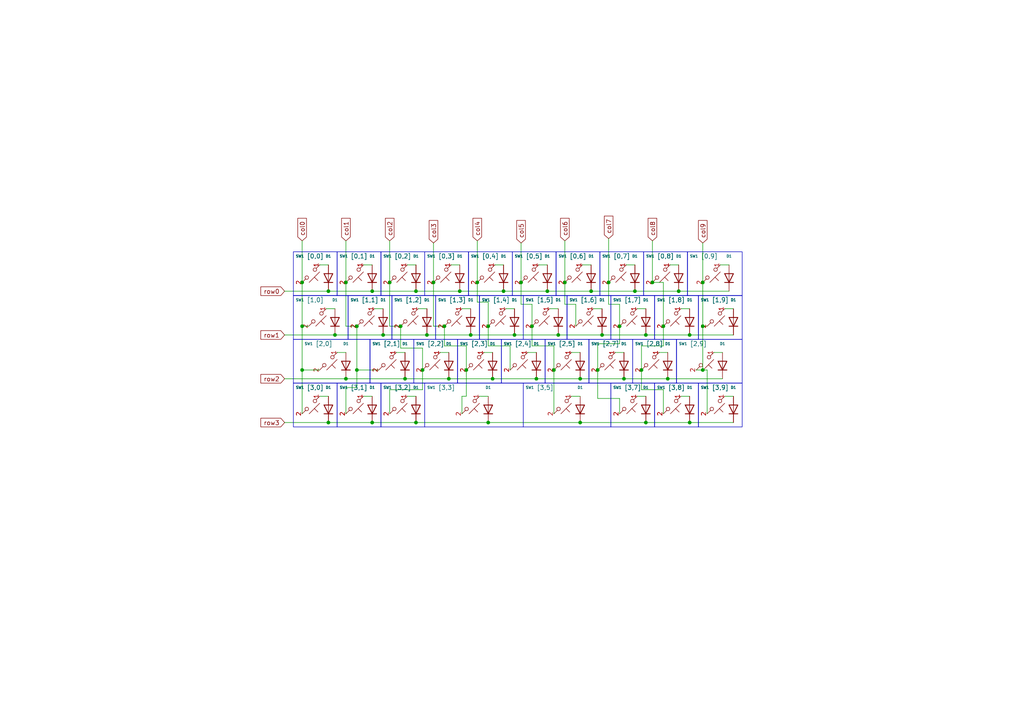
<source format=kicad_sch>
(kicad_sch (version 20230121) (generator eeschema)

  (uuid 20cc01ec-b59e-4033-ad8f-d522c08c2555)

  (paper "A4")

  (lib_symbols
    (symbol "Diode:1N4148W" (pin_numbers hide) (pin_names hide) (in_bom yes) (on_board yes)
      (property "Reference" "D" (at 0 2.54 0)
        (effects (font (size 1.27 1.27)))
      )
      (property "Value" "1N4148W" (at 0 -2.54 0)
        (effects (font (size 1.27 1.27)))
      )
      (property "Footprint" "Diode_SMD:D_SOD-123" (at 0 -4.445 0)
        (effects (font (size 1.27 1.27)) hide)
      )
      (property "Datasheet" "https://www.vishay.com/docs/85748/1n4148w.pdf" (at 0 0 0)
        (effects (font (size 1.27 1.27)) hide)
      )
      (property "Sim.Device" "D" (at 0 0 0)
        (effects (font (size 1.27 1.27)) hide)
      )
      (property "Sim.Pins" "1=K 2=A" (at 0 0 0)
        (effects (font (size 1.27 1.27)) hide)
      )
      (property "ki_keywords" "diode" (at 0 0 0)
        (effects (font (size 1.27 1.27)) hide)
      )
      (property "ki_description" "75V 0.15A Fast Switching Diode, SOD-123" (at 0 0 0)
        (effects (font (size 1.27 1.27)) hide)
      )
      (property "ki_fp_filters" "D*SOD?123*" (at 0 0 0)
        (effects (font (size 1.27 1.27)) hide)
      )
      (symbol "1N4148W_0_1"
        (polyline
          (pts
            (xy -1.27 1.27)
            (xy -1.27 -1.27)
          )
          (stroke (width 0.254) (type default))
          (fill (type none))
        )
        (polyline
          (pts
            (xy 1.27 0)
            (xy -1.27 0)
          )
          (stroke (width 0) (type default))
          (fill (type none))
        )
        (polyline
          (pts
            (xy 1.27 1.27)
            (xy 1.27 -1.27)
            (xy -1.27 0)
            (xy 1.27 1.27)
          )
          (stroke (width 0.254) (type default))
          (fill (type none))
        )
      )
      (symbol "1N4148W_1_1"
        (pin passive line (at -3.81 0 0) (length 2.54)
          (name "K" (effects (font (size 1.27 1.27))))
          (number "1" (effects (font (size 1.27 1.27))))
        )
        (pin passive line (at 3.81 0 180) (length 2.54)
          (name "A" (effects (font (size 1.27 1.27))))
          (number "2" (effects (font (size 1.27 1.27))))
        )
      )
    )
    (symbol "SW_Push_45deg_1" (pin_names (offset 1.016) hide) (in_bom yes) (on_board yes)
      (property "Reference" "SW" (at 3.048 1.016 0)
        (effects (font (size 1.27 1.27)) (justify left))
      )
      (property "Value" "SW_Push_45deg" (at 0 -3.81 0)
        (effects (font (size 1.27 1.27)))
      )
      (property "Footprint" "" (at 0 0 0)
        (effects (font (size 1.27 1.27)) hide)
      )
      (property "Datasheet" "~" (at 0 0 0)
        (effects (font (size 1.27 1.27)) hide)
      )
      (property "ki_keywords" "switch normally-open pushbutton push-button" (at 0 0 0)
        (effects (font (size 1.27 1.27)) hide)
      )
      (property "ki_description" "Push button switch, normally open, two pins, 45° tilted" (at 0 0 0)
        (effects (font (size 1.27 1.27)) hide)
      )
      (symbol "SW_Push_45deg_1_0_1"
        (circle (center -1.1684 1.1684) (radius 0.508)
          (stroke (width 0) (type default))
          (fill (type none))
        )
        (polyline
          (pts
            (xy -0.508 2.54)
            (xy 2.54 -0.508)
          )
          (stroke (width 0) (type default))
          (fill (type none))
        )
        (polyline
          (pts
            (xy 1.016 1.016)
            (xy 2.032 2.032)
          )
          (stroke (width 0) (type default))
          (fill (type none))
        )
        (polyline
          (pts
            (xy -2.54 2.54)
            (xy -1.524 1.524)
            (xy -1.524 1.524)
          )
          (stroke (width 0) (type default))
          (fill (type none))
        )
        (polyline
          (pts
            (xy 1.524 -1.524)
            (xy 2.54 -2.54)
            (xy 2.54 -2.54)
            (xy 2.54 -2.54)
          )
          (stroke (width 0) (type default))
          (fill (type none))
        )
        (circle (center 1.143 -1.1938) (radius 0.508)
          (stroke (width 0) (type default))
          (fill (type none))
        )
        (pin passive line (at -2.54 2.54 0) (length 0)
          (name "1" (effects (font (size 1.27 1.27))))
          (number "1" (effects (font (size 1.27 1.27))))
        )
        (pin passive line (at 2.54 -2.54 180) (length 0)
          (name "2" (effects (font (size 1.27 1.27))))
          (number "2" (effects (font (size 1.27 1.27))))
        )
      )
    )
  )

  (junction (at 123.825 97.155) (diameter 0) (color 0 0 0 0)
    (uuid 02209622-32cc-4375-bd27-b1362c55b82a)
  )
  (junction (at 141.605 122.555) (diameter 0) (color 0 0 0 0)
    (uuid 07a73955-56e6-4956-9333-f7315c640c9d)
  )
  (junction (at 100.33 109.855) (diameter 0) (color 0 0 0 0)
    (uuid 0b8476ef-7e36-4785-809d-d359b22d1fbd)
  )
  (junction (at 122.555 107.315) (diameter 0) (color 0 0 0 0)
    (uuid 0cca1b9f-ae98-4fec-bde7-0a0d29f77edb)
  )
  (junction (at 149.225 97.155) (diameter 0) (color 0 0 0 0)
    (uuid 147b2647-fee3-4cc8-acc0-a686e0173e7d)
  )
  (junction (at 107.95 84.455) (diameter 0) (color 0 0 0 0)
    (uuid 164cb2ef-447d-4034-b5cc-e664c9231e9e)
  )
  (junction (at 116.205 94.615) (diameter 0) (color 0 0 0 0)
    (uuid 1e70b29d-db33-402b-b79f-db7e5e0decee)
  )
  (junction (at 87.63 107.315) (diameter 0) (color 0 0 0 0)
    (uuid 1e8d7231-11ff-4596-854c-d85d4f3e4192)
  )
  (junction (at 125.73 81.915) (diameter 0) (color 0 0 0 0)
    (uuid 1fb56e19-c21f-4d68-9f06-941104829637)
  )
  (junction (at 154.305 94.615) (diameter 0) (color 0 0 0 0)
    (uuid 22a2464f-95bc-427f-911d-9b6f3f195dae)
  )
  (junction (at 163.83 81.915) (diameter 0) (color 0 0 0 0)
    (uuid 24411d25-40e8-480e-a802-5644754dd41d)
  )
  (junction (at 146.05 84.455) (diameter 0) (color 0 0 0 0)
    (uuid 258138c6-7758-481d-98bc-71f5bea1c64c)
  )
  (junction (at 186.055 107.315) (diameter 0) (color 0 0 0 0)
    (uuid 2904a7b7-ddc5-490c-a351-e04b311dade6)
  )
  (junction (at 120.65 122.555) (diameter 0) (color 0 0 0 0)
    (uuid 2ae20e7c-2620-4e8e-9a3d-01323b00bbd9)
  )
  (junction (at 171.45 84.455) (diameter 0) (color 0 0 0 0)
    (uuid 2f17a4fa-bec4-46d6-82e1-4aca0dfab6fb)
  )
  (junction (at 176.53 81.915) (diameter 0) (color 0 0 0 0)
    (uuid 2f3abdb6-0b7f-49e7-943b-cb83b79e4eca)
  )
  (junction (at 192.405 94.615) (diameter 0) (color 0 0 0 0)
    (uuid 3396c593-e409-474c-8e1a-78a9bb8fa199)
  )
  (junction (at 151.13 81.915) (diameter 0) (color 0 0 0 0)
    (uuid 399923ba-132b-485d-872b-475a35ad63c0)
  )
  (junction (at 200.025 122.555) (diameter 0) (color 0 0 0 0)
    (uuid 3ac18297-b261-46b3-8616-38fde53647c9)
  )
  (junction (at 200.025 97.155) (diameter 0) (color 0 0 0 0)
    (uuid 3c9287d7-daf8-49b3-a0e6-4c2743a0e7bb)
  )
  (junction (at 160.655 107.315) (diameter 0) (color 0 0 0 0)
    (uuid 4262ac7e-acef-45cf-b3e8-5838c5c1952d)
  )
  (junction (at 174.625 97.155) (diameter 0) (color 0 0 0 0)
    (uuid 4d394266-2461-4295-8569-cdcb981b6d3b)
  )
  (junction (at 180.975 109.855) (diameter 0) (color 0 0 0 0)
    (uuid 54de79e1-17ed-4e73-8fe4-7d0e756a45dd)
  )
  (junction (at 189.23 81.915) (diameter 0) (color 0 0 0 0)
    (uuid 5668a2c5-a035-45ad-9ddd-1c08204258f3)
  )
  (junction (at 117.475 109.855) (diameter 0) (color 0 0 0 0)
    (uuid 5cbd48b3-64f7-4bfc-b096-c550ab30de07)
  )
  (junction (at 184.15 84.455) (diameter 0) (color 0 0 0 0)
    (uuid 5f683254-2858-41f7-a306-22d4b845f944)
  )
  (junction (at 97.155 97.155) (diameter 0) (color 0 0 0 0)
    (uuid 63986df7-cf39-48ac-97b5-5a348d5dc6ac)
  )
  (junction (at 187.325 97.155) (diameter 0) (color 0 0 0 0)
    (uuid 69f16848-dfb9-4d60-a6f8-91d86cc3ec82)
  )
  (junction (at 196.85 84.455) (diameter 0) (color 0 0 0 0)
    (uuid 6df6d491-d959-4231-8902-8b772d94d743)
  )
  (junction (at 173.355 107.315) (diameter 0) (color 0 0 0 0)
    (uuid 7027f88f-4a4b-4b26-aa46-eaf881832947)
  )
  (junction (at 179.705 94.615) (diameter 0) (color 0 0 0 0)
    (uuid 7a848c7a-cbe3-48a0-afce-b4b5210bc250)
  )
  (junction (at 95.25 122.555) (diameter 0) (color 0 0 0 0)
    (uuid 7dd5715d-4bb7-4b7c-b8f3-a46095877649)
  )
  (junction (at 107.95 122.555) (diameter 0) (color 0 0 0 0)
    (uuid 81393f4c-9e5d-49f2-ae73-601eec9d21b5)
  )
  (junction (at 161.925 97.155) (diameter 0) (color 0 0 0 0)
    (uuid 898c6e64-3792-429c-afa2-5f01cefa38c6)
  )
  (junction (at 187.325 122.555) (diameter 0) (color 0 0 0 0)
    (uuid 8d35bc18-87fc-4b51-a8bd-30e40b4d6883)
  )
  (junction (at 133.35 84.455) (diameter 0) (color 0 0 0 0)
    (uuid 94f91d52-4996-456b-8ee9-f3ee09126ad3)
  )
  (junction (at 87.63 81.915) (diameter 0) (color 0 0 0 0)
    (uuid 99a55f9f-36ab-4585-9c3e-ffe8cceea945)
  )
  (junction (at 158.75 84.455) (diameter 0) (color 0 0 0 0)
    (uuid 9df5b614-fc33-4b48-b160-2dbddc33320d)
  )
  (junction (at 103.505 107.315) (diameter 0) (color 0 0 0 0)
    (uuid a4165e36-3966-4195-a9d6-1f232f99c2b7)
  )
  (junction (at 142.875 109.855) (diameter 0) (color 0 0 0 0)
    (uuid a44a44c2-481f-4c0a-aa2e-b64d5797adf6)
  )
  (junction (at 203.835 94.615) (diameter 0) (color 0 0 0 0)
    (uuid aa26d5ef-2847-4a3b-b3a3-05f29527ef0f)
  )
  (junction (at 203.835 81.915) (diameter 0) (color 0 0 0 0)
    (uuid abe09f0a-7579-4398-88cd-27808437b01c)
  )
  (junction (at 168.275 122.555) (diameter 0) (color 0 0 0 0)
    (uuid b04a83e4-c623-4155-ad08-79a938500e21)
  )
  (junction (at 87.63 94.615) (diameter 0) (color 0 0 0 0)
    (uuid b6e5a822-9f35-4170-b7f0-908058375936)
  )
  (junction (at 135.255 107.315) (diameter 0) (color 0 0 0 0)
    (uuid bbdb4c83-4bee-4809-8bff-89ac16f75d6f)
  )
  (junction (at 100.33 81.915) (diameter 0) (color 0 0 0 0)
    (uuid bc8b4f63-488b-4aa4-953e-81a3d64772d1)
  )
  (junction (at 155.575 109.855) (diameter 0) (color 0 0 0 0)
    (uuid c4b896a8-df7b-4fd4-a413-7d5e8e639aed)
  )
  (junction (at 113.03 81.915) (diameter 0) (color 0 0 0 0)
    (uuid ca89a80b-f6f8-4124-b24b-4058578f7f1c)
  )
  (junction (at 141.605 94.615) (diameter 0) (color 0 0 0 0)
    (uuid ccf37d9d-dba6-4e74-a0c6-9e9472b06db7)
  )
  (junction (at 136.525 97.155) (diameter 0) (color 0 0 0 0)
    (uuid d4fb568a-3849-49de-8a78-97d4e731dec6)
  )
  (junction (at 193.675 109.855) (diameter 0) (color 0 0 0 0)
    (uuid d665ae99-7dd4-48d6-af5f-772cc215b1f0)
  )
  (junction (at 95.25 84.455) (diameter 0) (color 0 0 0 0)
    (uuid d72409b1-89de-4e4b-82a4-35abc836f250)
  )
  (junction (at 168.275 109.855) (diameter 0) (color 0 0 0 0)
    (uuid d8ba2e01-a628-4544-88c4-3f99c2cd5abf)
  )
  (junction (at 138.43 81.915) (diameter 0) (color 0 0 0 0)
    (uuid da4fe425-9198-4904-b485-6a2d1d3c6ad8)
  )
  (junction (at 103.505 94.615) (diameter 0) (color 0 0 0 0)
    (uuid ddc443b1-1dab-4cd2-95d2-5d3ae939a1d3)
  )
  (junction (at 203.835 107.315) (diameter 0) (color 0 0 0 0)
    (uuid e5d9de07-d007-476b-976e-1bbdab8bb34f)
  )
  (junction (at 120.65 84.455) (diameter 0) (color 0 0 0 0)
    (uuid ebf05d77-ce0d-4b59-a230-b53f2e54fc1b)
  )
  (junction (at 111.125 97.155) (diameter 0) (color 0 0 0 0)
    (uuid edceb649-dac6-4975-95f1-7c7895b78140)
  )
  (junction (at 128.905 94.615) (diameter 0) (color 0 0 0 0)
    (uuid f24dc917-b237-4290-9f62-8d6a0dfcafec)
  )
  (junction (at 130.175 109.855) (diameter 0) (color 0 0 0 0)
    (uuid f3b17365-20cc-4c8a-a87f-7c109e3c1271)
  )

  (wire (pts (xy 100.33 94.615) (xy 103.505 94.615))
    (stroke (width 0) (type default))
    (uuid 0305f5e6-0d93-473d-a90d-ba1914961af2)
  )
  (wire (pts (xy 95.25 122.555) (xy 107.95 122.555))
    (stroke (width 0) (type default))
    (uuid 07823486-7b8f-4eea-a05c-d9d67006eed9)
  )
  (wire (pts (xy 191.135 102.235) (xy 193.675 102.235))
    (stroke (width 0) (type default))
    (uuid 0bedfdb8-91d2-4f22-a622-152cbbb64d1d)
  )
  (wire (pts (xy 192.405 120.015) (xy 192.405 113.03))
    (stroke (width 0) (type default))
    (uuid 0e95ceed-c8e8-431e-8b92-bef9f4b5c9af)
  )
  (wire (pts (xy 87.63 107.315) (xy 92.71 107.315))
    (stroke (width 0) (type default))
    (uuid 0ef48890-1e74-4b3d-9013-0f05f920b541)
  )
  (wire (pts (xy 114.935 102.235) (xy 117.475 102.235))
    (stroke (width 0) (type default))
    (uuid 10c1e942-9d63-4e34-afbf-33f7cff43903)
  )
  (wire (pts (xy 100.33 109.855) (xy 117.475 109.855))
    (stroke (width 0) (type default))
    (uuid 118ac74f-e003-4e1d-a3e8-6f4b72fcd72d)
  )
  (wire (pts (xy 203.835 70.485) (xy 203.835 81.915))
    (stroke (width 0) (type default))
    (uuid 172d48c9-6bf3-4256-b4df-2172194f0e73)
  )
  (wire (pts (xy 125.73 70.485) (xy 125.73 81.915))
    (stroke (width 0) (type default))
    (uuid 1b28e3f8-799e-4db4-9ae7-24f813c3a210)
  )
  (wire (pts (xy 189.23 69.85) (xy 189.23 81.915))
    (stroke (width 0) (type default))
    (uuid 1e38eac3-e249-4424-90fe-4e5027eb99c5)
  )
  (wire (pts (xy 176.53 81.915) (xy 176.53 88.265))
    (stroke (width 0) (type default))
    (uuid 1e48b9ad-700b-4e50-83c6-e53829db3f9c)
  )
  (wire (pts (xy 207.01 102.235) (xy 209.55 102.235))
    (stroke (width 0) (type default))
    (uuid 1ec4011c-a5ee-4514-b313-18bc1a077cde)
  )
  (wire (pts (xy 194.31 76.835) (xy 196.85 76.835))
    (stroke (width 0) (type default))
    (uuid 20368f3b-302a-40fd-864d-e0115021274d)
  )
  (wire (pts (xy 203.835 81.915) (xy 203.835 94.615))
    (stroke (width 0) (type default))
    (uuid 20803ba2-b8d2-4a61-9d6f-af9e14165661)
  )
  (wire (pts (xy 118.11 114.935) (xy 120.65 114.935))
    (stroke (width 0) (type default))
    (uuid 249b5bc1-68db-4b9e-9a3f-dae379bdf4b0)
  )
  (wire (pts (xy 130.81 76.835) (xy 133.35 76.835))
    (stroke (width 0) (type default))
    (uuid 24d475f2-8d7e-4c28-b419-c4a5d341053a)
  )
  (wire (pts (xy 87.63 94.615) (xy 89.535 94.615))
    (stroke (width 0) (type default))
    (uuid 24e5c8ba-e24b-4210-ace2-7e3bbe780dde)
  )
  (wire (pts (xy 205.105 107.315) (xy 203.835 107.315))
    (stroke (width 0) (type default))
    (uuid 2784a27d-4be8-4961-91f2-674498efbe07)
  )
  (wire (pts (xy 122.555 107.315) (xy 122.555 113.03))
    (stroke (width 0) (type default))
    (uuid 285fdfd6-1d23-4356-8b7f-21a300e00858)
  )
  (wire (pts (xy 179.705 120.015) (xy 179.705 115.57))
    (stroke (width 0) (type default))
    (uuid 286ff5a9-1b29-4ef7-a778-55ade86c55e9)
  )
  (wire (pts (xy 173.355 115.57) (xy 173.355 107.315))
    (stroke (width 0) (type default))
    (uuid 28fdf5b3-e700-4c7a-867b-47e79afeface)
  )
  (wire (pts (xy 200.025 122.555) (xy 212.725 122.555))
    (stroke (width 0) (type default))
    (uuid 2c2564dc-3bfd-4683-9af0-e40cd24590ad)
  )
  (wire (pts (xy 142.875 109.855) (xy 155.575 109.855))
    (stroke (width 0) (type default))
    (uuid 2c3f27af-8943-42b6-83c7-62cb5a67970c)
  )
  (wire (pts (xy 113.03 120.015) (xy 113.03 113.03))
    (stroke (width 0) (type default))
    (uuid 2df7ecb0-4c6d-4051-b8a3-7a3ab1477e6d)
  )
  (wire (pts (xy 122.555 107.315) (xy 122.555 100.965))
    (stroke (width 0) (type default))
    (uuid 2f607b78-7138-4ec8-bad8-9880ae204686)
  )
  (wire (pts (xy 107.95 84.455) (xy 120.65 84.455))
    (stroke (width 0) (type default))
    (uuid 308c1cd2-c977-4e1c-addf-65c691fbc57a)
  )
  (wire (pts (xy 168.91 76.835) (xy 171.45 76.835))
    (stroke (width 0) (type default))
    (uuid 30bd7dd7-eb2a-4ee4-a1a2-a8bfda3df8d9)
  )
  (wire (pts (xy 97.155 97.155) (xy 111.125 97.155))
    (stroke (width 0) (type default))
    (uuid 312bf3ec-8d14-4b54-9033-4f702de71e4f)
  )
  (wire (pts (xy 105.41 114.935) (xy 107.95 114.935))
    (stroke (width 0) (type default))
    (uuid 317551b3-7d39-46d1-a871-d65dbafa182d)
  )
  (wire (pts (xy 151.13 70.485) (xy 151.13 81.915))
    (stroke (width 0) (type default))
    (uuid 35d58898-ea09-4a0e-8ed1-e2a4a354bb5a)
  )
  (wire (pts (xy 109.855 107.315) (xy 103.505 107.315))
    (stroke (width 0) (type default))
    (uuid 37212bb2-3bd2-43f4-a758-04edc87aeffb)
  )
  (wire (pts (xy 180.975 109.855) (xy 193.675 109.855))
    (stroke (width 0) (type default))
    (uuid 3879a04d-e2a8-498b-9e0a-38be8cc7bc3c)
  )
  (wire (pts (xy 192.405 94.615) (xy 192.405 100.33))
    (stroke (width 0) (type default))
    (uuid 38db7c81-56a1-4678-98d3-5f216ac340bf)
  )
  (wire (pts (xy 133.985 89.535) (xy 136.525 89.535))
    (stroke (width 0) (type default))
    (uuid 3931194b-2f52-4cec-9b0b-f38687975d29)
  )
  (wire (pts (xy 82.55 84.455) (xy 95.25 84.455))
    (stroke (width 0) (type default))
    (uuid 3ef92431-e205-458a-9217-7096ef99b193)
  )
  (wire (pts (xy 95.25 84.455) (xy 107.95 84.455))
    (stroke (width 0) (type default))
    (uuid 40c68cd6-121e-4355-a5b8-43dba9951d54)
  )
  (wire (pts (xy 153.035 102.235) (xy 155.575 102.235))
    (stroke (width 0) (type default))
    (uuid 40e4604e-bf3c-4aa5-9ee9-1fb693c7526b)
  )
  (wire (pts (xy 111.125 97.155) (xy 123.825 97.155))
    (stroke (width 0) (type default))
    (uuid 41be6982-0670-4bb4-80f9-e4ed7ef7e4fc)
  )
  (wire (pts (xy 181.61 76.835) (xy 184.15 76.835))
    (stroke (width 0) (type default))
    (uuid 4251399e-755b-4c53-b5d7-54fd5d1cdfc7)
  )
  (wire (pts (xy 168.275 122.555) (xy 187.325 122.555))
    (stroke (width 0) (type default))
    (uuid 43e46a07-8bb7-40b3-84d1-a1d393be1007)
  )
  (wire (pts (xy 138.43 69.85) (xy 138.43 81.915))
    (stroke (width 0) (type default))
    (uuid 4542caf0-da0c-42ec-badd-bb4b55a04adc)
  )
  (wire (pts (xy 146.05 84.455) (xy 158.75 84.455))
    (stroke (width 0) (type default))
    (uuid 46907100-94d5-46d5-ac15-6a78f6f556ad)
  )
  (wire (pts (xy 184.785 114.935) (xy 187.325 114.935))
    (stroke (width 0) (type default))
    (uuid 491f9c0a-7c47-4ee3-af1b-7c84aba126cd)
  )
  (wire (pts (xy 103.505 107.315) (xy 103.505 94.615))
    (stroke (width 0) (type default))
    (uuid 4c0fb05b-9968-4bf9-abf3-b3dd647ed970)
  )
  (wire (pts (xy 174.625 97.155) (xy 187.325 97.155))
    (stroke (width 0) (type default))
    (uuid 4d5c6c58-5695-405f-a13e-1af65e59f373)
  )
  (wire (pts (xy 136.525 97.155) (xy 149.225 97.155))
    (stroke (width 0) (type default))
    (uuid 4f098958-c3e0-4221-96bc-6b52188e63a3)
  )
  (wire (pts (xy 120.65 84.455) (xy 133.35 84.455))
    (stroke (width 0) (type default))
    (uuid 4f40d9d3-9e49-44f4-bbc2-6764d1fc2e74)
  )
  (wire (pts (xy 141.605 94.615) (xy 141.605 87.63))
    (stroke (width 0) (type default))
    (uuid 4f5b0355-6120-42a7-bc03-535bff6faad2)
  )
  (wire (pts (xy 193.675 109.855) (xy 209.55 109.855))
    (stroke (width 0) (type default))
    (uuid 550c9bca-1ddd-4bc1-bbda-38269807ecd9)
  )
  (wire (pts (xy 192.405 100.33) (xy 186.055 100.33))
    (stroke (width 0) (type default))
    (uuid 5547a7a4-311e-4a02-9665-90e465df7401)
  )
  (wire (pts (xy 127.635 102.235) (xy 130.175 102.235))
    (stroke (width 0) (type default))
    (uuid 554e2c78-7bd2-44ff-8fcb-b06a647ee6ac)
  )
  (wire (pts (xy 128.905 100.33) (xy 128.905 94.615))
    (stroke (width 0) (type default))
    (uuid 55552234-f834-4c9e-89c3-4db0edc638cc)
  )
  (wire (pts (xy 139.065 114.935) (xy 141.605 114.935))
    (stroke (width 0) (type default))
    (uuid 56549810-8fd6-4514-99ce-d24f20d80d66)
  )
  (wire (pts (xy 143.51 76.835) (xy 146.05 76.835))
    (stroke (width 0) (type default))
    (uuid 5677d51a-7647-40de-9d11-1ff680b177cf)
  )
  (wire (pts (xy 135.255 114.935) (xy 135.255 107.315))
    (stroke (width 0) (type default))
    (uuid 59d1242f-c7a3-4ac1-9b8a-d1cb354397ea)
  )
  (wire (pts (xy 103.505 112.395) (xy 103.505 107.315))
    (stroke (width 0) (type default))
    (uuid 5b8702d4-f4a5-459b-b96d-71d679656c99)
  )
  (wire (pts (xy 167.005 88.265) (xy 167.005 94.615))
    (stroke (width 0) (type default))
    (uuid 5b9e6f55-860b-46db-8385-90c80480ab62)
  )
  (wire (pts (xy 82.55 97.155) (xy 97.155 97.155))
    (stroke (width 0) (type default))
    (uuid 5ea8ab2f-c6a3-4310-b1df-8f5c39443a43)
  )
  (wire (pts (xy 203.835 107.315) (xy 203.835 94.615))
    (stroke (width 0) (type default))
    (uuid 5fa26479-4c9a-4086-b422-19251ffa0aff)
  )
  (wire (pts (xy 205.105 120.015) (xy 205.105 107.315))
    (stroke (width 0) (type default))
    (uuid 5ff0f605-7432-4c28-8678-3ff660f8e68d)
  )
  (wire (pts (xy 210.185 114.935) (xy 212.725 114.935))
    (stroke (width 0) (type default))
    (uuid 63f12733-56ca-46f7-afb4-ae75a9b39d8d)
  )
  (wire (pts (xy 123.825 97.155) (xy 136.525 97.155))
    (stroke (width 0) (type default))
    (uuid 6890f0c5-3989-452e-a089-e16445897f9b)
  )
  (wire (pts (xy 178.435 102.235) (xy 180.975 102.235))
    (stroke (width 0) (type default))
    (uuid 6ad5c370-03ab-444e-8c21-03e354c92719)
  )
  (wire (pts (xy 121.285 89.535) (xy 123.825 89.535))
    (stroke (width 0) (type default))
    (uuid 6fc51e09-d83b-4c04-b10d-cc6027e78ecb)
  )
  (wire (pts (xy 107.95 122.555) (xy 120.65 122.555))
    (stroke (width 0) (type default))
    (uuid 6fe762b2-2982-4a16-83bf-8da78a19a9ba)
  )
  (wire (pts (xy 200.025 97.155) (xy 212.725 97.155))
    (stroke (width 0) (type default))
    (uuid 708741a3-2fae-4fdc-baf8-ea34d4759db4)
  )
  (wire (pts (xy 117.475 109.855) (xy 130.175 109.855))
    (stroke (width 0) (type default))
    (uuid 74220d53-f18d-465c-9bae-d3d789e5f90a)
  )
  (wire (pts (xy 176.53 69.215) (xy 176.53 81.915))
    (stroke (width 0) (type default))
    (uuid 789c087c-a699-4443-9556-9f0056ad2b98)
  )
  (wire (pts (xy 197.485 114.935) (xy 200.025 114.935))
    (stroke (width 0) (type default))
    (uuid 7c935b8a-495c-4e9d-9f07-6ffe829384ba)
  )
  (wire (pts (xy 186.055 100.33) (xy 186.055 107.315))
    (stroke (width 0) (type default))
    (uuid 7e00b5f8-e991-49ba-9693-0722d5ebdd9a)
  )
  (wire (pts (xy 179.705 115.57) (xy 173.355 115.57))
    (stroke (width 0) (type default))
    (uuid 7e944829-f91b-4799-95e3-b010311a14d4)
  )
  (wire (pts (xy 105.41 76.835) (xy 107.95 76.835))
    (stroke (width 0) (type default))
    (uuid 814f7d34-9068-4582-8ee1-4bb58d7aaa9f)
  )
  (wire (pts (xy 151.13 88.265) (xy 151.13 81.915))
    (stroke (width 0) (type default))
    (uuid 81c86354-a7fb-4bfc-9f89-d0bda8dc24d0)
  )
  (wire (pts (xy 133.985 114.935) (xy 135.255 114.935))
    (stroke (width 0) (type default))
    (uuid 81f1ebc0-5c51-478d-b9fc-9b68b672b533)
  )
  (wire (pts (xy 163.83 88.265) (xy 167.005 88.265))
    (stroke (width 0) (type default))
    (uuid 82d8e959-f2be-459f-9bc8-8c75dab76804)
  )
  (wire (pts (xy 154.305 94.615) (xy 154.305 100.33))
    (stroke (width 0) (type default))
    (uuid 86b96d7c-04ae-46ea-84f3-b17f80ebb835)
  )
  (wire (pts (xy 161.925 97.155) (xy 174.625 97.155))
    (stroke (width 0) (type default))
    (uuid 86e40dfb-4f7a-4c13-994b-88adc2f81134)
  )
  (wire (pts (xy 159.385 89.535) (xy 161.925 89.535))
    (stroke (width 0) (type default))
    (uuid 88597c19-b741-4002-8b20-7187508176f1)
  )
  (wire (pts (xy 176.53 88.265) (xy 179.705 88.265))
    (stroke (width 0) (type default))
    (uuid 8a59873f-2413-4cae-a711-d66dc54afed8)
  )
  (wire (pts (xy 192.405 81.915) (xy 192.405 94.615))
    (stroke (width 0) (type default))
    (uuid 8d0976e7-9560-4cb2-98ab-b0896cd4e08c)
  )
  (wire (pts (xy 100.33 69.85) (xy 100.33 81.915))
    (stroke (width 0) (type default))
    (uuid 8eda3867-5cd3-4499-be99-8663e807f59b)
  )
  (wire (pts (xy 165.735 114.935) (xy 168.275 114.935))
    (stroke (width 0) (type default))
    (uuid 908c7f71-2b4e-44d8-bd81-9d95799b07b4)
  )
  (wire (pts (xy 94.615 89.535) (xy 97.155 89.535))
    (stroke (width 0) (type default))
    (uuid 91589b42-7375-4f58-a918-00a524561550)
  )
  (wire (pts (xy 196.85 84.455) (xy 211.455 84.455))
    (stroke (width 0) (type default))
    (uuid 91707277-6ce2-4c09-b3d8-6dc6081def33)
  )
  (wire (pts (xy 130.175 109.855) (xy 142.875 109.855))
    (stroke (width 0) (type default))
    (uuid 91bb6346-6cef-476e-b073-83174ef18d79)
  )
  (wire (pts (xy 87.63 81.915) (xy 87.63 94.615))
    (stroke (width 0) (type default))
    (uuid 922ea4d1-39d5-4c77-98c5-50e3200e241f)
  )
  (wire (pts (xy 133.35 84.455) (xy 146.05 84.455))
    (stroke (width 0) (type default))
    (uuid 92410b5c-4bac-47c1-a84c-a61494454350)
  )
  (wire (pts (xy 210.185 89.535) (xy 212.725 89.535))
    (stroke (width 0) (type default))
    (uuid 9281fd22-d191-48be-819a-5acd217a9f53)
  )
  (wire (pts (xy 135.255 107.315) (xy 135.255 100.33))
    (stroke (width 0) (type default))
    (uuid 944d0868-b0d2-4a0d-aac3-44a9b5e948d9)
  )
  (wire (pts (xy 197.485 89.535) (xy 200.025 89.535))
    (stroke (width 0) (type default))
    (uuid 9478d5b0-4beb-40b0-8fcb-eef42ad0e202)
  )
  (wire (pts (xy 141.605 87.63) (xy 138.43 87.63))
    (stroke (width 0) (type default))
    (uuid 996eaeaf-d4ed-4001-85d6-9965c562c0e9)
  )
  (wire (pts (xy 149.225 97.155) (xy 161.925 97.155))
    (stroke (width 0) (type default))
    (uuid 9a12654d-6a4f-46f3-b699-b2c24ad1106a)
  )
  (wire (pts (xy 171.45 84.455) (xy 184.15 84.455))
    (stroke (width 0) (type default))
    (uuid 9b055869-9b89-4d01-9443-38181052de86)
  )
  (wire (pts (xy 113.03 69.85) (xy 113.03 81.915))
    (stroke (width 0) (type default))
    (uuid 9f094f1b-975b-47ed-a651-051ef7350645)
  )
  (wire (pts (xy 184.785 89.535) (xy 187.325 89.535))
    (stroke (width 0) (type default))
    (uuid a0e89c1e-42df-45c0-a65e-4cb5164714da)
  )
  (wire (pts (xy 108.585 89.535) (xy 111.125 89.535))
    (stroke (width 0) (type default))
    (uuid a111041e-88a6-4032-beb6-a7c2eb077155)
  )
  (wire (pts (xy 173.355 99.695) (xy 179.705 99.695))
    (stroke (width 0) (type default))
    (uuid a16ee268-2f65-4364-992f-fa9667fc6fbb)
  )
  (wire (pts (xy 146.685 89.535) (xy 149.225 89.535))
    (stroke (width 0) (type default))
    (uuid a27b6d5d-44f5-4ec5-8804-879039bc1f69)
  )
  (wire (pts (xy 82.55 109.855) (xy 100.33 109.855))
    (stroke (width 0) (type default))
    (uuid a3d3c303-e139-4c38-b200-58c9f145ffda)
  )
  (wire (pts (xy 141.605 122.555) (xy 168.275 122.555))
    (stroke (width 0) (type default))
    (uuid a406b3e3-424d-489d-b999-92ad952da51d)
  )
  (wire (pts (xy 184.15 84.455) (xy 196.85 84.455))
    (stroke (width 0) (type default))
    (uuid a646ac14-8f64-48ec-85a4-a07485a25d58)
  )
  (wire (pts (xy 135.255 100.33) (xy 128.905 100.33))
    (stroke (width 0) (type default))
    (uuid a66a9134-e558-416f-8400-e55fcb5cbcba)
  )
  (wire (pts (xy 147.955 100.33) (xy 141.605 100.33))
    (stroke (width 0) (type default))
    (uuid a6d7fae4-bced-410f-bc31-807e0841e8e8)
  )
  (wire (pts (xy 187.325 122.555) (xy 200.025 122.555))
    (stroke (width 0) (type default))
    (uuid ad78a84b-206e-4249-98ed-d7618ac9fc3c)
  )
  (wire (pts (xy 160.655 100.33) (xy 154.305 100.33))
    (stroke (width 0) (type default))
    (uuid ad911ff0-0231-412d-8e61-50bae83a240d)
  )
  (wire (pts (xy 141.605 94.615) (xy 141.605 100.33))
    (stroke (width 0) (type default))
    (uuid ae90f5ca-7622-4016-9991-a92c9082b989)
  )
  (wire (pts (xy 97.79 102.235) (xy 100.33 102.235))
    (stroke (width 0) (type default))
    (uuid b1b23a6b-4a35-4c51-8dca-2af9297c4dea)
  )
  (wire (pts (xy 187.325 97.155) (xy 200.025 97.155))
    (stroke (width 0) (type default))
    (uuid b593628d-9dfd-4592-b731-5c53dbb0d7a3)
  )
  (wire (pts (xy 192.405 113.03) (xy 186.055 113.03))
    (stroke (width 0) (type default))
    (uuid b96b2f86-2d61-4377-984a-bda9a9ed6b9a)
  )
  (wire (pts (xy 100.33 81.915) (xy 100.33 94.615))
    (stroke (width 0) (type default))
    (uuid b993479d-0dd9-4d9a-82e8-642c3804f828)
  )
  (wire (pts (xy 92.71 76.835) (xy 95.25 76.835))
    (stroke (width 0) (type default))
    (uuid bb1d2e22-0fdc-4c26-a6bc-17963d9181f6)
  )
  (wire (pts (xy 113.03 81.915) (xy 113.03 94.615))
    (stroke (width 0) (type default))
    (uuid bc6651e0-ce56-4e95-b354-0c1557e3dccb)
  )
  (wire (pts (xy 163.83 69.85) (xy 163.83 81.915))
    (stroke (width 0) (type default))
    (uuid ca616cb5-34a2-4292-846c-6dbc79db43ac)
  )
  (wire (pts (xy 160.655 107.315) (xy 160.655 120.015))
    (stroke (width 0) (type default))
    (uuid cb43abbb-1075-4f01-92b1-d5799e1150ef)
  )
  (wire (pts (xy 87.63 94.615) (xy 87.63 107.315))
    (stroke (width 0) (type default))
    (uuid cd562498-255a-44ff-a45a-6c00c0ec54ac)
  )
  (wire (pts (xy 120.65 122.555) (xy 141.605 122.555))
    (stroke (width 0) (type default))
    (uuid ce08fab4-5cf6-4b03-a5e0-18f0e2d48b72)
  )
  (wire (pts (xy 87.63 107.315) (xy 87.63 120.015))
    (stroke (width 0) (type default))
    (uuid d075f2f9-8c44-46ab-8d30-80676a1fb973)
  )
  (wire (pts (xy 172.085 89.535) (xy 174.625 89.535))
    (stroke (width 0) (type default))
    (uuid d10c2b58-955d-4f9d-b62d-58812a1c41e1)
  )
  (wire (pts (xy 154.305 94.615) (xy 154.305 88.265))
    (stroke (width 0) (type default))
    (uuid d230ed3c-c07d-4dbc-babb-2caf142f72ae)
  )
  (wire (pts (xy 82.55 122.555) (xy 95.25 122.555))
    (stroke (width 0) (type default))
    (uuid d23c489a-dedf-43d8-a67e-d34917f63920)
  )
  (wire (pts (xy 163.83 81.915) (xy 163.83 88.265))
    (stroke (width 0) (type default))
    (uuid d2703707-1de0-417f-adbd-ebf5890c6690)
  )
  (wire (pts (xy 179.705 94.615) (xy 179.705 99.695))
    (stroke (width 0) (type default))
    (uuid d4fd8fea-0a1b-4174-9abd-44ecf4021010)
  )
  (wire (pts (xy 113.03 94.615) (xy 116.205 94.615))
    (stroke (width 0) (type default))
    (uuid d6e95fbf-c56b-4d90-bb5d-b3e81a57b257)
  )
  (wire (pts (xy 100.33 120.015) (xy 100.33 112.395))
    (stroke (width 0) (type default))
    (uuid d9324f3d-5c18-4593-8d9b-f0581c1eede1)
  )
  (wire (pts (xy 100.33 112.395) (xy 103.505 112.395))
    (stroke (width 0) (type default))
    (uuid d9917e30-0364-43e9-b5a9-2331bf29844d)
  )
  (wire (pts (xy 92.71 114.935) (xy 95.25 114.935))
    (stroke (width 0) (type default))
    (uuid db363cf9-9ce2-42c9-a861-36db715bbe6e)
  )
  (wire (pts (xy 156.21 76.835) (xy 158.75 76.835))
    (stroke (width 0) (type default))
    (uuid dce6fe48-2a8e-49df-b4cb-761031a3bbb7)
  )
  (wire (pts (xy 160.655 107.315) (xy 160.655 100.33))
    (stroke (width 0) (type default))
    (uuid dcfaa0c5-2a2c-487a-bb39-e4c669448862)
  )
  (wire (pts (xy 133.985 120.015) (xy 133.985 114.935))
    (stroke (width 0) (type default))
    (uuid dde5cf9c-e6c0-417e-91de-94c102473349)
  )
  (wire (pts (xy 173.355 107.315) (xy 173.355 99.695))
    (stroke (width 0) (type default))
    (uuid dfb5dc2e-e587-47de-b293-f7de5261f281)
  )
  (wire (pts (xy 168.275 109.855) (xy 180.975 109.855))
    (stroke (width 0) (type default))
    (uuid e17f82e0-dffe-4b47-bc26-86fecd00b93c)
  )
  (wire (pts (xy 113.03 113.03) (xy 122.555 113.03))
    (stroke (width 0) (type default))
    (uuid e2f09b27-33dd-4d40-aaaf-45b7ab785d0a)
  )
  (wire (pts (xy 87.63 69.85) (xy 87.63 81.915))
    (stroke (width 0) (type default))
    (uuid e5597b0f-8230-4721-85c9-9c74c99fed96)
  )
  (wire (pts (xy 140.335 102.235) (xy 142.875 102.235))
    (stroke (width 0) (type default))
    (uuid e70af3c1-7021-4469-a77d-a69a5518b68f)
  )
  (wire (pts (xy 125.73 81.915) (xy 125.73 94.615))
    (stroke (width 0) (type default))
    (uuid e99cf015-f4d0-4ee7-9b0a-bc5790af5547)
  )
  (wire (pts (xy 116.205 100.965) (xy 116.205 94.615))
    (stroke (width 0) (type default))
    (uuid eae44a5d-1f2a-45ea-88c6-d2989f5bc8a6)
  )
  (wire (pts (xy 208.915 76.835) (xy 211.455 76.835))
    (stroke (width 0) (type default))
    (uuid ec270b64-9dea-4119-8f14-c4097add7813)
  )
  (wire (pts (xy 158.75 84.455) (xy 171.45 84.455))
    (stroke (width 0) (type default))
    (uuid eccfe1f1-6fbc-41c0-81be-6e3ac1309080)
  )
  (wire (pts (xy 154.305 88.265) (xy 151.13 88.265))
    (stroke (width 0) (type default))
    (uuid ef3cf10f-b677-44ce-a402-ef75e8acf2a6)
  )
  (wire (pts (xy 138.43 87.63) (xy 138.43 81.915))
    (stroke (width 0) (type default))
    (uuid eff36393-4e62-44ca-8316-acfa51f50b9c)
  )
  (wire (pts (xy 147.955 107.315) (xy 147.955 100.33))
    (stroke (width 0) (type default))
    (uuid f02c1120-348c-40b3-8888-f1196dc639ab)
  )
  (wire (pts (xy 186.055 113.03) (xy 186.055 107.315))
    (stroke (width 0) (type default))
    (uuid f0c1c6dd-d18c-4f49-93ae-db7cca61da7e)
  )
  (wire (pts (xy 155.575 109.855) (xy 168.275 109.855))
    (stroke (width 0) (type default))
    (uuid f279ee6c-4133-4bb2-86e6-37e8284edd7f)
  )
  (wire (pts (xy 189.23 81.915) (xy 192.405 81.915))
    (stroke (width 0) (type default))
    (uuid f5851e68-fc26-4255-8215-9009960943e4)
  )
  (wire (pts (xy 118.11 76.835) (xy 120.65 76.835))
    (stroke (width 0) (type default))
    (uuid f5909998-f441-4565-8a6b-60cc91282ae5)
  )
  (wire (pts (xy 179.705 88.265) (xy 179.705 94.615))
    (stroke (width 0) (type default))
    (uuid f6f4e6f2-09f5-464b-8a26-cb9b3aae29f0)
  )
  (wire (pts (xy 203.835 94.615) (xy 205.105 94.615))
    (stroke (width 0) (type default))
    (uuid f7bad2a1-fbcc-4323-baae-9ef8a9d12702)
  )
  (wire (pts (xy 165.735 102.235) (xy 168.275 102.235))
    (stroke (width 0) (type default))
    (uuid f8220602-604b-43d2-ade1-0022bff79579)
  )
  (wire (pts (xy 201.93 107.315) (xy 203.835 107.315))
    (stroke (width 0) (type default))
    (uuid fa869c94-be39-436d-bf74-c0623abd4d0b)
  )
  (wire (pts (xy 125.73 94.615) (xy 128.905 94.615))
    (stroke (width 0) (type default))
    (uuid fb5a687d-2d50-4079-a0d5-c9d350251599)
  )
  (wire (pts (xy 122.555 100.965) (xy 116.205 100.965))
    (stroke (width 0) (type default))
    (uuid fd201ec6-2c8a-4074-88e3-ac4d8d2aff65)
  )

  (rectangle (start 161.29 73.025) (end 173.99 85.725)
    (stroke (width 0) (type default))
    (fill (type none))
    (uuid 015a8c1a-6be6-41db-8991-c31656a23d81)
  )
  (rectangle (start 132.715 98.425) (end 145.415 111.125)
    (stroke (width 0) (type default))
    (fill (type none))
    (uuid 04e7b016-623e-4f0e-b9b9-caa0135688ac)
  )
  (rectangle (start 110.49 111.125) (end 123.19 123.825)
    (stroke (width 0) (type default))
    (fill (type none))
    (uuid 0b3a0e88-55b4-407c-8fa5-aed2deeea040)
  )
  (rectangle (start 189.865 111.125) (end 202.565 123.825)
    (stroke (width 0) (type default))
    (fill (type none))
    (uuid 0f4f1794-3438-4bec-b863-c8c623a32120)
  )
  (rectangle (start 120.015 98.425) (end 132.715 111.125)
    (stroke (width 0) (type default))
    (fill (type none))
    (uuid 110adbbf-a925-4d78-9522-f1a06331ae1e)
  )
  (rectangle (start 183.515 98.425) (end 196.215 111.125)
    (stroke (width 0) (type default))
    (fill (type none))
    (uuid 38efde76-d526-4a26-bcd9-2ae8067e2aa7)
  )
  (rectangle (start 100.965 85.725) (end 113.665 98.425)
    (stroke (width 0) (type default))
    (fill (type none))
    (uuid 3934493e-4c15-47ba-841c-6e1f43e7e4d3)
  )
  (rectangle (start 189.865 85.725) (end 202.565 98.425)
    (stroke (width 0) (type default))
    (fill (type none))
    (uuid 3b711e68-5cbc-4699-b2ab-aa8eeb7cb24c)
  )
  (rectangle (start 85.09 73.025) (end 97.79 85.725)
    (stroke (width 0) (type default))
    (fill (type none))
    (uuid 4d49e960-d33f-42e1-b3b6-bf3d42eb2a06)
  )
  (rectangle (start 148.59 73.025) (end 161.29 85.725)
    (stroke (width 0) (type default))
    (fill (type none))
    (uuid 4f6b6107-3e6a-4492-80d6-50f6fcc7d5e8)
  )
  (rectangle (start 202.565 111.125) (end 215.265 123.825)
    (stroke (width 0) (type default))
    (fill (type none))
    (uuid 541f3c91-fde9-4e36-9c55-5ef2f4cbbc9c)
  )
  (rectangle (start 186.69 73.025) (end 199.39 85.725)
    (stroke (width 0) (type default))
    (fill (type none))
    (uuid 5d137e7b-6c3d-49a6-b351-626f73fe8cb0)
  )
  (rectangle (start 199.39 73.025) (end 215.265 85.725)
    (stroke (width 0) (type default))
    (fill (type none))
    (uuid 66399c5d-7f7f-4b53-a345-d75d8c406b5a)
  )
  (rectangle (start 202.565 85.725) (end 215.265 98.425)
    (stroke (width 0) (type default))
    (fill (type none))
    (uuid 79484f48-e79f-4db4-8a36-781da8ca32d1)
  )
  (rectangle (start 85.09 98.425) (end 107.315 111.125)
    (stroke (width 0) (type default))
    (fill (type none))
    (uuid 816819f7-30d9-4392-8df1-8ef4046b49b0)
  )
  (rectangle (start 113.665 85.725) (end 126.365 98.425)
    (stroke (width 0) (type default))
    (fill (type none))
    (uuid 983da2a8-749e-495a-9edf-c73ce1ff18c4)
  )
  (rectangle (start 135.89 73.025) (end 148.59 85.725)
    (stroke (width 0) (type default))
    (fill (type none))
    (uuid 9a63b039-8905-4722-a6e3-a59baa10abe1)
  )
  (rectangle (start 85.09 85.725) (end 100.965 98.425)
    (stroke (width 0) (type default))
    (fill (type none))
    (uuid a1a95f75-ebbe-4c95-b62a-7766c99433e8)
  )
  (rectangle (start 123.19 111.125) (end 151.765 123.825)
    (stroke (width 0) (type default))
    (fill (type none))
    (uuid abede96b-143d-47ac-a19a-0913e99e2ddf)
  )
  (rectangle (start 139.065 85.725) (end 151.765 98.425)
    (stroke (width 0) (type default))
    (fill (type none))
    (uuid b8a7cd39-1676-4a25-bf64-1e05acbdffbd)
  )
  (rectangle (start 177.165 111.125) (end 189.865 123.825)
    (stroke (width 0) (type default))
    (fill (type none))
    (uuid b8b3666a-f70f-4485-afdd-fb6a1ba33976)
  )
  (rectangle (start 123.19 73.025) (end 135.89 85.725)
    (stroke (width 0) (type default))
    (fill (type none))
    (uuid baf5b889-a99a-4db5-9b11-a7e163ef93e7)
  )
  (rectangle (start 177.165 85.725) (end 189.865 98.425)
    (stroke (width 0) (type default))
    (fill (type none))
    (uuid bdbfaf2b-19a3-4122-8619-9681fcbfc1e4)
  )
  (rectangle (start 145.415 98.425) (end 158.115 111.125)
    (stroke (width 0) (type default))
    (fill (type none))
    (uuid cc7a7c4b-c06f-4c2a-87e1-510f3aca8e33)
  )
  (rectangle (start 97.79 73.025) (end 110.49 85.725)
    (stroke (width 0) (type default))
    (fill (type none))
    (uuid cd60c9d2-fb4e-4f95-a493-4705d877a961)
  )
  (rectangle (start 158.115 98.425) (end 170.815 111.125)
    (stroke (width 0) (type default))
    (fill (type none))
    (uuid d6ad3b1c-4c9f-448f-be6a-4661bc498448)
  )
  (rectangle (start 170.815 98.425) (end 183.515 111.125)
    (stroke (width 0) (type default))
    (fill (type none))
    (uuid d95257c5-52d5-4cc5-8948-f1d9f27ec7b0)
  )
  (rectangle (start 107.315 98.425) (end 120.015 111.125)
    (stroke (width 0) (type default))
    (fill (type none))
    (uuid dac01051-8933-4f22-bf6d-eb0c54d92813)
  )
  (rectangle (start 97.79 111.125) (end 110.49 123.825)
    (stroke (width 0) (type default))
    (fill (type none))
    (uuid de6dac59-57af-426c-9498-90b787388439)
  )
  (rectangle (start 151.765 85.725) (end 164.465 98.425)
    (stroke (width 0) (type default))
    (fill (type none))
    (uuid deebb728-9a9f-4246-93f4-35957a9a2223)
  )
  (rectangle (start 85.09 111.125) (end 97.79 123.825)
    (stroke (width 0) (type default))
    (fill (type none))
    (uuid e8ce10f8-1223-4cd7-bc68-d140a63a609a)
  )
  (rectangle (start 151.765 111.125) (end 177.165 123.825)
    (stroke (width 0) (type default))
    (fill (type none))
    (uuid ea5fe59e-3118-42e4-b488-062b2f85f4b9)
  )
  (rectangle (start 164.465 85.725) (end 177.165 98.425)
    (stroke (width 0) (type default))
    (fill (type none))
    (uuid edfbd37a-4f37-4aca-97a9-e8d321905c4e)
  )
  (rectangle (start 173.99 73.025) (end 186.69 85.725)
    (stroke (width 0) (type default))
    (fill (type none))
    (uuid f835e6e9-cc8d-4d6e-b749-62acbd19e1f6)
  )
  (rectangle (start 126.365 85.725) (end 139.065 98.425)
    (stroke (width 0) (type default))
    (fill (type none))
    (uuid f946504e-0e3b-4fbf-9c5a-5de1dfc73307)
  )
  (rectangle (start 110.49 73.025) (end 123.19 85.725)
    (stroke (width 0) (type default))
    (fill (type none))
    (uuid fac4a8ad-0d93-4779-8d3f-33406e847193)
  )
  (rectangle (start 196.215 98.425) (end 215.265 111.125)
    (stroke (width 0) (type default))
    (fill (type none))
    (uuid ff1202df-575f-491b-aaa2-876a499352e6)
  )

  (global_label "col3" (shape input) (at 125.73 70.485 90) (fields_autoplaced)
    (effects (font (size 1.27 1.27)) (justify left))
    (uuid 06a9f372-05e3-4c45-bc61-7cf5ab2cb9bb)
    (property "Intersheetrefs" "${INTERSHEET_REFS}" (at 125.73 63.3875 90)
      (effects (font (size 1.27 1.27)) (justify left) hide)
    )
  )
  (global_label "col5" (shape input) (at 151.13 70.485 90) (fields_autoplaced)
    (effects (font (size 1.27 1.27)) (justify left))
    (uuid 0fe200a4-b481-41d0-ae40-b23ffc151a59)
    (property "Intersheetrefs" "${INTERSHEET_REFS}" (at 151.13 63.3875 90)
      (effects (font (size 1.27 1.27)) (justify left) hide)
    )
  )
  (global_label "col8" (shape input) (at 189.23 69.85 90) (fields_autoplaced)
    (effects (font (size 1.27 1.27)) (justify left))
    (uuid 13f0f4e2-b412-4d74-8090-3959ae965214)
    (property "Intersheetrefs" "${INTERSHEET_REFS}" (at 189.23 62.7525 90)
      (effects (font (size 1.27 1.27)) (justify left) hide)
    )
  )
  (global_label "row1" (shape input) (at 82.55 97.155 180) (fields_autoplaced)
    (effects (font (size 1.27 1.27)) (justify right))
    (uuid 22181c2d-f262-43fd-8435-c15f91ff52b8)
    (property "Intersheetrefs" "${INTERSHEET_REFS}" (at 75.0896 97.155 0)
      (effects (font (size 1.27 1.27)) (justify right) hide)
    )
  )
  (global_label "col7" (shape input) (at 176.53 69.215 90) (fields_autoplaced)
    (effects (font (size 1.27 1.27)) (justify left))
    (uuid 81a3e863-408f-43a2-83e2-cc5c673296bb)
    (property "Intersheetrefs" "${INTERSHEET_REFS}" (at 176.53 62.1175 90)
      (effects (font (size 1.27 1.27)) (justify left) hide)
    )
  )
  (global_label "col9" (shape input) (at 203.835 70.485 90) (fields_autoplaced)
    (effects (font (size 1.27 1.27)) (justify left))
    (uuid 89437f99-105a-4493-ac30-5a159dc65e0a)
    (property "Intersheetrefs" "${INTERSHEET_REFS}" (at 203.835 63.3875 90)
      (effects (font (size 1.27 1.27)) (justify left) hide)
    )
  )
  (global_label "row0" (shape input) (at 82.55 84.455 180) (fields_autoplaced)
    (effects (font (size 1.27 1.27)) (justify right))
    (uuid 90a21d09-1899-4c48-a6fc-53c8f596fdf4)
    (property "Intersheetrefs" "${INTERSHEET_REFS}" (at 75.0896 84.455 0)
      (effects (font (size 1.27 1.27)) (justify right) hide)
    )
  )
  (global_label "col6" (shape input) (at 163.83 69.85 90) (fields_autoplaced)
    (effects (font (size 1.27 1.27)) (justify left))
    (uuid 92910da2-8398-4a5f-ba1f-57386a169e87)
    (property "Intersheetrefs" "${INTERSHEET_REFS}" (at 163.83 62.7525 90)
      (effects (font (size 1.27 1.27)) (justify left) hide)
    )
  )
  (global_label "row3" (shape input) (at 82.55 122.555 180) (fields_autoplaced)
    (effects (font (size 1.27 1.27)) (justify right))
    (uuid b70e2058-32a2-4cab-b92a-eb054dfa9232)
    (property "Intersheetrefs" "${INTERSHEET_REFS}" (at 75.0896 122.555 0)
      (effects (font (size 1.27 1.27)) (justify right) hide)
    )
  )
  (global_label "col4" (shape input) (at 138.43 69.85 90) (fields_autoplaced)
    (effects (font (size 1.27 1.27)) (justify left))
    (uuid cb5d7afb-72ab-4dcd-8b4d-19c6a1740d37)
    (property "Intersheetrefs" "${INTERSHEET_REFS}" (at 138.43 62.7525 90)
      (effects (font (size 1.27 1.27)) (justify left) hide)
    )
  )
  (global_label "col1" (shape input) (at 100.33 69.85 90) (fields_autoplaced)
    (effects (font (size 1.27 1.27)) (justify left))
    (uuid ccb72553-0b4f-4ad9-893a-4023ccbcea61)
    (property "Intersheetrefs" "${INTERSHEET_REFS}" (at 100.33 62.7525 90)
      (effects (font (size 1.27 1.27)) (justify left) hide)
    )
  )
  (global_label "col2" (shape input) (at 113.03 69.85 90) (fields_autoplaced)
    (effects (font (size 1.27 1.27)) (justify left))
    (uuid dab038c2-b0df-48e4-ad37-c8923ea377f7)
    (property "Intersheetrefs" "${INTERSHEET_REFS}" (at 113.03 62.7525 90)
      (effects (font (size 1.27 1.27)) (justify left) hide)
    )
  )
  (global_label "col0" (shape input) (at 87.63 69.85 90) (fields_autoplaced)
    (effects (font (size 1.27 1.27)) (justify left))
    (uuid de12a298-c9c3-488d-95fc-42ef52a81429)
    (property "Intersheetrefs" "${INTERSHEET_REFS}" (at 87.63 62.7525 90)
      (effects (font (size 1.27 1.27)) (justify left) hide)
    )
  )
  (global_label "row2" (shape input) (at 82.55 109.855 180) (fields_autoplaced)
    (effects (font (size 1.27 1.27)) (justify right))
    (uuid ea5e4048-ad9a-4529-b21b-a787b40c567d)
    (property "Intersheetrefs" "${INTERSHEET_REFS}" (at 75.0896 109.855 0)
      (effects (font (size 1.27 1.27)) (justify right) hide)
    )
  )

  (symbol (lib_id "Diode:1N4148W") (at 158.75 80.645 90) (unit 1)
    (in_bom yes) (on_board yes) (dnp no)
    (uuid 02c1feb3-9c99-4555-9fb4-d070b7ed2c14)
    (property "Reference" "D1" (at 158.75 74.295 90)
      (effects (font (size 0.75 0.75)))
    )
    (property "Value" "1N4148W" (at 161.29 82.55 90)
      (effects (font (size 1.27 1.27)) (justify right) hide)
    )
    (property "Footprint" "chaz:D_SOD-123" (at 163.195 80.645 0)
      (effects (font (size 1.27 1.27)) hide)
    )
    (property "Datasheet" "https://www.vishay.com/docs/85748/1n4148w.pdf" (at 158.75 80.645 0)
      (effects (font (size 1.27 1.27)) hide)
    )
    (property "Sim.Device" "D" (at 158.75 80.645 0)
      (effects (font (size 1.27 1.27)) hide)
    )
    (property "Sim.Pins" "1=K 2=A" (at 158.75 80.645 0)
      (effects (font (size 1.27 1.27)) hide)
    )
    (pin "1" (uuid 36abd9b6-da2f-4773-a12a-bce05621d98d))
    (pin "2" (uuid 70c0d9ea-91f5-44d4-8965-80c2d89a4c3a))
    (instances
      (project "chaz"
        (path "/bcf08c00-9729-48c6-a1d1-fd61a92f814c"
          (reference "D1") (unit 1)
        )
        (path "/bcf08c00-9729-48c6-a1d1-fd61a92f814c/05931c95-a9e7-464b-bc2a-a1adbf6ee993"
          (reference "D33") (unit 1)
        )
      )
    )
  )

  (symbol (lib_id "Diode:1N4148W") (at 200.025 118.745 90) (unit 1)
    (in_bom yes) (on_board yes) (dnp no)
    (uuid 04b7d3a6-c28a-4da0-8299-ae572bc43b52)
    (property "Reference" "D1" (at 200.025 112.395 90)
      (effects (font (size 0.75 0.75)))
    )
    (property "Value" "1N4148W" (at 202.565 120.65 90)
      (effects (font (size 1.27 1.27)) (justify right) hide)
    )
    (property "Footprint" "chaz:D_SOD-123" (at 204.47 118.745 0)
      (effects (font (size 1.27 1.27)) hide)
    )
    (property "Datasheet" "https://www.vishay.com/docs/85748/1n4148w.pdf" (at 200.025 118.745 0)
      (effects (font (size 1.27 1.27)) hide)
    )
    (property "Sim.Device" "D" (at 200.025 118.745 0)
      (effects (font (size 1.27 1.27)) hide)
    )
    (property "Sim.Pins" "1=K 2=A" (at 200.025 118.745 0)
      (effects (font (size 1.27 1.27)) hide)
    )
    (pin "1" (uuid a2f05751-f688-4208-b2ee-641f73f754eb))
    (pin "2" (uuid 53692ed6-72a8-4ca3-ad27-b87db2ee0368))
    (instances
      (project "chaz"
        (path "/bcf08c00-9729-48c6-a1d1-fd61a92f814c"
          (reference "D1") (unit 1)
        )
        (path "/bcf08c00-9729-48c6-a1d1-fd61a92f814c/05931c95-a9e7-464b-bc2a-a1adbf6ee993"
          (reference "D7") (unit 1)
        )
      )
    )
  )

  (symbol (lib_id "Diode:1N4148W") (at 120.65 118.745 90) (unit 1)
    (in_bom yes) (on_board yes) (dnp no)
    (uuid 073f7050-7efb-4157-979c-fd75d2643734)
    (property "Reference" "D1" (at 120.65 112.395 90)
      (effects (font (size 0.75 0.75)))
    )
    (property "Value" "1N4148W" (at 123.19 120.65 90)
      (effects (font (size 1.27 1.27)) (justify right) hide)
    )
    (property "Footprint" "chaz:D_SOD-123" (at 125.095 118.745 0)
      (effects (font (size 1.27 1.27)) hide)
    )
    (property "Datasheet" "https://www.vishay.com/docs/85748/1n4148w.pdf" (at 120.65 118.745 0)
      (effects (font (size 1.27 1.27)) hide)
    )
    (property "Sim.Device" "D" (at 120.65 118.745 0)
      (effects (font (size 1.27 1.27)) hide)
    )
    (property "Sim.Pins" "1=K 2=A" (at 120.65 118.745 0)
      (effects (font (size 1.27 1.27)) hide)
    )
    (pin "1" (uuid c1869082-c9e4-472f-a3d4-02acc084f366))
    (pin "2" (uuid 490e85d3-1885-4026-97f1-141802573351))
    (instances
      (project "chaz"
        (path "/bcf08c00-9729-48c6-a1d1-fd61a92f814c"
          (reference "D1") (unit 1)
        )
        (path "/bcf08c00-9729-48c6-a1d1-fd61a92f814c/05931c95-a9e7-464b-bc2a-a1adbf6ee993"
          (reference "D3") (unit 1)
        )
      )
    )
  )

  (symbol (lib_id "Diode:1N4148W") (at 141.605 118.745 90) (unit 1)
    (in_bom yes) (on_board yes) (dnp no)
    (uuid 078a0bdf-5330-4064-9e3e-15dc0c61bdb7)
    (property "Reference" "D1" (at 141.605 112.395 90)
      (effects (font (size 0.75 0.75)))
    )
    (property "Value" "1N4148W" (at 144.145 120.65 90)
      (effects (font (size 1.27 1.27)) (justify right) hide)
    )
    (property "Footprint" "chaz:D_SOD-123" (at 146.05 118.745 0)
      (effects (font (size 1.27 1.27)) hide)
    )
    (property "Datasheet" "https://www.vishay.com/docs/85748/1n4148w.pdf" (at 141.605 118.745 0)
      (effects (font (size 1.27 1.27)) hide)
    )
    (property "Sim.Device" "D" (at 141.605 118.745 0)
      (effects (font (size 1.27 1.27)) hide)
    )
    (property "Sim.Pins" "1=K 2=A" (at 141.605 118.745 0)
      (effects (font (size 1.27 1.27)) hide)
    )
    (pin "1" (uuid b28cfaa0-b74c-4f16-af30-a606ba97ae0f))
    (pin "2" (uuid bf19e770-dc35-41dd-944b-5bbd4a3f0939))
    (instances
      (project "chaz"
        (path "/bcf08c00-9729-48c6-a1d1-fd61a92f814c"
          (reference "D1") (unit 1)
        )
        (path "/bcf08c00-9729-48c6-a1d1-fd61a92f814c/05931c95-a9e7-464b-bc2a-a1adbf6ee993"
          (reference "D4") (unit 1)
        )
      )
    )
  )

  (symbol (lib_name "SW_Push_45deg_1") (lib_id "Switch:SW_Push_45deg") (at 92.075 92.075 270) (unit 1)
    (in_bom yes) (on_board yes) (dnp no)
    (uuid 095b6685-e01f-49e9-a91b-0599af7dcc61)
    (property "Reference" "SW1" (at 86.995 86.995 90)
      (effects (font (size 0.75 0.75)))
    )
    (property "Value" "[1,0]" (at 91.44 86.995 90)
      (effects (font (size 1.27 1.27)))
    )
    (property "Footprint" "chaz:Choc-1.25u-millmax" (at 92.075 92.075 0)
      (effects (font (size 1.27 1.27)) hide)
    )
    (property "Datasheet" "~" (at 92.075 92.075 0)
      (effects (font (size 1.27 1.27)) hide)
    )
    (pin "1" (uuid 1fd4aaef-5836-47ba-9366-f58ccb7ae5a9))
    (pin "2" (uuid 6a9df43e-642f-46c7-a978-2d28f04a7051))
    (instances
      (project "chaz"
        (path "/bcf08c00-9729-48c6-a1d1-fd61a92f814c"
          (reference "SW1") (unit 1)
        )
        (path "/bcf08c00-9729-48c6-a1d1-fd61a92f814c/05931c95-a9e7-464b-bc2a-a1adbf6ee993"
          (reference "SW18") (unit 1)
        )
      )
    )
  )

  (symbol (lib_name "SW_Push_45deg_1") (lib_id "Switch:SW_Push_45deg") (at 207.645 92.075 270) (unit 1)
    (in_bom yes) (on_board yes) (dnp no)
    (uuid 09fee20d-fa9c-4830-a653-3fcfe112a3e7)
    (property "Reference" "SW1" (at 204.47 86.995 90)
      (effects (font (size 0.75 0.75)))
    )
    (property "Value" "[1,9]" (at 208.915 86.995 90)
      (effects (font (size 1.27 1.27)))
    )
    (property "Footprint" "chaz:choc-1u-millmax" (at 207.645 92.075 0)
      (effects (font (size 1.27 1.27)) hide)
    )
    (property "Datasheet" "~" (at 207.645 92.075 0)
      (effects (font (size 1.27 1.27)) hide)
    )
    (pin "1" (uuid f2dea2a4-5953-46b3-9723-d61c55716f7a))
    (pin "2" (uuid 28b2e44e-41b8-43e8-a6d2-e8a0f1ce688f))
    (instances
      (project "chaz"
        (path "/bcf08c00-9729-48c6-a1d1-fd61a92f814c"
          (reference "SW1") (unit 1)
        )
        (path "/bcf08c00-9729-48c6-a1d1-fd61a92f814c/05931c95-a9e7-464b-bc2a-a1adbf6ee993"
          (reference "SW27") (unit 1)
        )
      )
    )
  )

  (symbol (lib_name "SW_Push_45deg_1") (lib_id "Switch:SW_Push_45deg") (at 112.395 104.775 270) (unit 1)
    (in_bom yes) (on_board yes) (dnp no)
    (uuid 0afe1aec-2928-43d0-a882-2e4866995fe6)
    (property "Reference" "SW1" (at 109.22 99.695 90)
      (effects (font (size 0.75 0.75)))
    )
    (property "Value" "[2,1]" (at 113.665 99.695 90)
      (effects (font (size 1.27 1.27)))
    )
    (property "Footprint" "chaz:choc-1u-millmax" (at 112.395 104.775 0)
      (effects (font (size 1.27 1.27)) hide)
    )
    (property "Datasheet" "~" (at 112.395 104.775 0)
      (effects (font (size 1.27 1.27)) hide)
    )
    (pin "1" (uuid 8701e530-b4eb-4ef8-8e9a-dc7dbe063f57))
    (pin "2" (uuid 35bf587c-d22c-4cb1-82f0-3c79b37fddd4))
    (instances
      (project "chaz"
        (path "/bcf08c00-9729-48c6-a1d1-fd61a92f814c"
          (reference "SW1") (unit 1)
        )
        (path "/bcf08c00-9729-48c6-a1d1-fd61a92f814c/05931c95-a9e7-464b-bc2a-a1adbf6ee993"
          (reference "SW10") (unit 1)
        )
      )
    )
  )

  (symbol (lib_name "SW_Push_45deg_1") (lib_id "Switch:SW_Push_45deg") (at 194.945 92.075 270) (unit 1)
    (in_bom yes) (on_board yes) (dnp no)
    (uuid 12c423c8-246d-4c25-9e68-55f71b49c15d)
    (property "Reference" "SW1" (at 191.77 86.995 90)
      (effects (font (size 0.75 0.75)))
    )
    (property "Value" "[1,8]" (at 196.215 86.995 90)
      (effects (font (size 1.27 1.27)))
    )
    (property "Footprint" "chaz:choc-1u-millmax" (at 194.945 92.075 0)
      (effects (font (size 1.27 1.27)) hide)
    )
    (property "Datasheet" "~" (at 194.945 92.075 0)
      (effects (font (size 1.27 1.27)) hide)
    )
    (pin "1" (uuid 47f272ac-80cb-48fe-a9c9-e1e1fa1a7a52))
    (pin "2" (uuid b6317cab-0898-4004-904d-73197f47e2fe))
    (instances
      (project "chaz"
        (path "/bcf08c00-9729-48c6-a1d1-fd61a92f814c"
          (reference "SW1") (unit 1)
        )
        (path "/bcf08c00-9729-48c6-a1d1-fd61a92f814c/05931c95-a9e7-464b-bc2a-a1adbf6ee993"
          (reference "SW26") (unit 1)
        )
      )
    )
  )

  (symbol (lib_id "Diode:1N4148W") (at 95.25 118.745 90) (unit 1)
    (in_bom yes) (on_board yes) (dnp no)
    (uuid 1c725911-e80b-490e-aac1-2eaf03ceaddc)
    (property "Reference" "D1" (at 95.25 112.395 90)
      (effects (font (size 0.75 0.75)))
    )
    (property "Value" "1N4148W" (at 97.79 120.65 90)
      (effects (font (size 1.27 1.27)) (justify right) hide)
    )
    (property "Footprint" "chaz:D_SOD-123" (at 99.695 118.745 0)
      (effects (font (size 1.27 1.27)) hide)
    )
    (property "Datasheet" "https://www.vishay.com/docs/85748/1n4148w.pdf" (at 95.25 118.745 0)
      (effects (font (size 1.27 1.27)) hide)
    )
    (property "Sim.Device" "D" (at 95.25 118.745 0)
      (effects (font (size 1.27 1.27)) hide)
    )
    (property "Sim.Pins" "1=K 2=A" (at 95.25 118.745 0)
      (effects (font (size 1.27 1.27)) hide)
    )
    (pin "1" (uuid d5b68bee-4d26-49c4-83d7-9cd417df43c5))
    (pin "2" (uuid f98e1dd1-627c-4c03-80fa-89ddcae9f678))
    (instances
      (project "chaz"
        (path "/bcf08c00-9729-48c6-a1d1-fd61a92f814c"
          (reference "D1") (unit 1)
        )
        (path "/bcf08c00-9729-48c6-a1d1-fd61a92f814c/05931c95-a9e7-464b-bc2a-a1adbf6ee993"
          (reference "D1") (unit 1)
        )
      )
    )
  )

  (symbol (lib_id "Diode:1N4148W") (at 149.225 93.345 90) (unit 1)
    (in_bom yes) (on_board yes) (dnp no)
    (uuid 1d4ba792-3932-4e02-beba-14fae731b208)
    (property "Reference" "D1" (at 149.225 86.995 90)
      (effects (font (size 0.75 0.75)))
    )
    (property "Value" "1N4148W" (at 151.765 95.25 90)
      (effects (font (size 1.27 1.27)) (justify right) hide)
    )
    (property "Footprint" "chaz:D_SOD-123" (at 153.67 93.345 0)
      (effects (font (size 1.27 1.27)) hide)
    )
    (property "Datasheet" "https://www.vishay.com/docs/85748/1n4148w.pdf" (at 149.225 93.345 0)
      (effects (font (size 1.27 1.27)) hide)
    )
    (property "Sim.Device" "D" (at 149.225 93.345 0)
      (effects (font (size 1.27 1.27)) hide)
    )
    (property "Sim.Pins" "1=K 2=A" (at 149.225 93.345 0)
      (effects (font (size 1.27 1.27)) hide)
    )
    (pin "1" (uuid 17d50edf-7849-4c2e-945a-7016536a926b))
    (pin "2" (uuid 6cf721bf-01db-4834-9a48-e167288e757f))
    (instances
      (project "chaz"
        (path "/bcf08c00-9729-48c6-a1d1-fd61a92f814c"
          (reference "D1") (unit 1)
        )
        (path "/bcf08c00-9729-48c6-a1d1-fd61a92f814c/05931c95-a9e7-464b-bc2a-a1adbf6ee993"
          (reference "D22") (unit 1)
        )
      )
    )
  )

  (symbol (lib_id "Diode:1N4148W") (at 212.725 93.345 90) (unit 1)
    (in_bom yes) (on_board yes) (dnp no)
    (uuid 21613400-f97c-4998-805e-23e0c63f630a)
    (property "Reference" "D1" (at 212.725 86.995 90)
      (effects (font (size 0.75 0.75)))
    )
    (property "Value" "1N4148W" (at 215.265 95.25 90)
      (effects (font (size 1.27 1.27)) (justify right) hide)
    )
    (property "Footprint" "chaz:D_SOD-123" (at 217.17 93.345 0)
      (effects (font (size 1.27 1.27)) hide)
    )
    (property "Datasheet" "https://www.vishay.com/docs/85748/1n4148w.pdf" (at 212.725 93.345 0)
      (effects (font (size 1.27 1.27)) hide)
    )
    (property "Sim.Device" "D" (at 212.725 93.345 0)
      (effects (font (size 1.27 1.27)) hide)
    )
    (property "Sim.Pins" "1=K 2=A" (at 212.725 93.345 0)
      (effects (font (size 1.27 1.27)) hide)
    )
    (pin "1" (uuid 74bc5d8c-209d-464a-a341-e583a05212ca))
    (pin "2" (uuid f4121da8-e4c4-4630-bcb1-5af9281d13ac))
    (instances
      (project "chaz"
        (path "/bcf08c00-9729-48c6-a1d1-fd61a92f814c"
          (reference "D1") (unit 1)
        )
        (path "/bcf08c00-9729-48c6-a1d1-fd61a92f814c/05931c95-a9e7-464b-bc2a-a1adbf6ee993"
          (reference "D27") (unit 1)
        )
      )
    )
  )

  (symbol (lib_name "SW_Push_45deg_1") (lib_id "Switch:SW_Push_45deg") (at 140.97 79.375 270) (unit 1)
    (in_bom yes) (on_board yes) (dnp no)
    (uuid 237cdade-a7ed-4e93-ad7d-22c48c89baa1)
    (property "Reference" "SW1" (at 137.795 74.295 90)
      (effects (font (size 0.75 0.75)))
    )
    (property "Value" "[0,4]" (at 142.24 74.295 90)
      (effects (font (size 1.27 1.27)))
    )
    (property "Footprint" "chaz:choc-1u-millmax" (at 140.97 79.375 0)
      (effects (font (size 1.27 1.27)) hide)
    )
    (property "Datasheet" "~" (at 140.97 79.375 0)
      (effects (font (size 1.27 1.27)) hide)
    )
    (pin "1" (uuid 38d02223-1546-4e62-981e-eb52583b68c3))
    (pin "2" (uuid db2c8bc5-8b35-43cc-91a2-3edaa4bf5ffa))
    (instances
      (project "chaz"
        (path "/bcf08c00-9729-48c6-a1d1-fd61a92f814c"
          (reference "SW1") (unit 1)
        )
        (path "/bcf08c00-9729-48c6-a1d1-fd61a92f814c/05931c95-a9e7-464b-bc2a-a1adbf6ee993"
          (reference "SW32") (unit 1)
        )
      )
    )
  )

  (symbol (lib_id "Diode:1N4148W") (at 212.725 118.745 90) (unit 1)
    (in_bom yes) (on_board yes) (dnp no)
    (uuid 26c6a42c-ac67-4be9-8ae5-7a3f10cb5e02)
    (property "Reference" "D1" (at 212.725 112.395 90)
      (effects (font (size 0.75 0.75)))
    )
    (property "Value" "1N4148W" (at 215.265 120.65 90)
      (effects (font (size 1.27 1.27)) (justify right) hide)
    )
    (property "Footprint" "chaz:D_SOD-123" (at 217.17 118.745 0)
      (effects (font (size 1.27 1.27)) hide)
    )
    (property "Datasheet" "https://www.vishay.com/docs/85748/1n4148w.pdf" (at 212.725 118.745 0)
      (effects (font (size 1.27 1.27)) hide)
    )
    (property "Sim.Device" "D" (at 212.725 118.745 0)
      (effects (font (size 1.27 1.27)) hide)
    )
    (property "Sim.Pins" "1=K 2=A" (at 212.725 118.745 0)
      (effects (font (size 1.27 1.27)) hide)
    )
    (pin "1" (uuid 306ea801-de9f-42a4-94ff-4c573bf80de2))
    (pin "2" (uuid 0a92d582-cd65-444f-8528-2ce3fdaadcce))
    (instances
      (project "chaz"
        (path "/bcf08c00-9729-48c6-a1d1-fd61a92f814c"
          (reference "D1") (unit 1)
        )
        (path "/bcf08c00-9729-48c6-a1d1-fd61a92f814c/05931c95-a9e7-464b-bc2a-a1adbf6ee993"
          (reference "D8") (unit 1)
        )
      )
    )
  )

  (symbol (lib_id "Diode:1N4148W") (at 196.85 80.645 90) (unit 1)
    (in_bom yes) (on_board yes) (dnp no)
    (uuid 2b981aa4-9526-4063-85dc-5ec5b21ba3d8)
    (property "Reference" "D1" (at 196.85 74.295 90)
      (effects (font (size 0.75 0.75)))
    )
    (property "Value" "1N4148W" (at 199.39 82.55 90)
      (effects (font (size 1.27 1.27)) (justify right) hide)
    )
    (property "Footprint" "chaz:D_SOD-123" (at 201.295 80.645 0)
      (effects (font (size 1.27 1.27)) hide)
    )
    (property "Datasheet" "https://www.vishay.com/docs/85748/1n4148w.pdf" (at 196.85 80.645 0)
      (effects (font (size 1.27 1.27)) hide)
    )
    (property "Sim.Device" "D" (at 196.85 80.645 0)
      (effects (font (size 1.27 1.27)) hide)
    )
    (property "Sim.Pins" "1=K 2=A" (at 196.85 80.645 0)
      (effects (font (size 1.27 1.27)) hide)
    )
    (pin "1" (uuid 337d6e8c-feb9-4c90-92a7-eb8f2654aae3))
    (pin "2" (uuid e4810dbd-4d65-46e2-b5a9-d4a6ba5f71dd))
    (instances
      (project "chaz"
        (path "/bcf08c00-9729-48c6-a1d1-fd61a92f814c"
          (reference "D1") (unit 1)
        )
        (path "/bcf08c00-9729-48c6-a1d1-fd61a92f814c/05931c95-a9e7-464b-bc2a-a1adbf6ee993"
          (reference "D36") (unit 1)
        )
      )
    )
  )

  (symbol (lib_id "Diode:1N4148W") (at 187.325 93.345 90) (unit 1)
    (in_bom yes) (on_board yes) (dnp no)
    (uuid 2f16ff04-c551-48fc-96f7-e619ed451f51)
    (property "Reference" "D1" (at 187.325 86.995 90)
      (effects (font (size 0.75 0.75)))
    )
    (property "Value" "1N4148W" (at 189.865 95.25 90)
      (effects (font (size 1.27 1.27)) (justify right) hide)
    )
    (property "Footprint" "chaz:D_SOD-123" (at 191.77 93.345 0)
      (effects (font (size 1.27 1.27)) hide)
    )
    (property "Datasheet" "https://www.vishay.com/docs/85748/1n4148w.pdf" (at 187.325 93.345 0)
      (effects (font (size 1.27 1.27)) hide)
    )
    (property "Sim.Device" "D" (at 187.325 93.345 0)
      (effects (font (size 1.27 1.27)) hide)
    )
    (property "Sim.Pins" "1=K 2=A" (at 187.325 93.345 0)
      (effects (font (size 1.27 1.27)) hide)
    )
    (pin "1" (uuid f6e6854c-1ed7-4ef2-bd7c-fdad203a5058))
    (pin "2" (uuid 6569803e-28e5-474a-83cb-7f93d2725e97))
    (instances
      (project "chaz"
        (path "/bcf08c00-9729-48c6-a1d1-fd61a92f814c"
          (reference "D1") (unit 1)
        )
        (path "/bcf08c00-9729-48c6-a1d1-fd61a92f814c/05931c95-a9e7-464b-bc2a-a1adbf6ee993"
          (reference "D25") (unit 1)
        )
      )
    )
  )

  (symbol (lib_name "SW_Push_45deg_1") (lib_id "Switch:SW_Push_45deg") (at 194.945 117.475 270) (unit 1)
    (in_bom yes) (on_board yes) (dnp no)
    (uuid 34aa1def-83bc-4a77-a2c4-6493ea4a6d1d)
    (property "Reference" "SW1" (at 191.77 112.395 90)
      (effects (font (size 0.75 0.75)))
    )
    (property "Value" "[3,8]" (at 196.215 112.395 90)
      (effects (font (size 1.27 1.27)))
    )
    (property "Footprint" "chaz:choc-1u-millmax" (at 194.945 117.475 0)
      (effects (font (size 1.27 1.27)) hide)
    )
    (property "Datasheet" "~" (at 194.945 117.475 0)
      (effects (font (size 1.27 1.27)) hide)
    )
    (pin "1" (uuid 551ecc73-c945-439f-9fa5-914cbcd0ba12))
    (pin "2" (uuid 68e3c9e3-d516-4cc2-9f72-f96915a0abba))
    (instances
      (project "chaz"
        (path "/bcf08c00-9729-48c6-a1d1-fd61a92f814c"
          (reference "SW1") (unit 1)
        )
        (path "/bcf08c00-9729-48c6-a1d1-fd61a92f814c/05931c95-a9e7-464b-bc2a-a1adbf6ee993"
          (reference "SW7") (unit 1)
        )
      )
    )
  )

  (symbol (lib_name "SW_Push_45deg_1") (lib_id "Switch:SW_Push_45deg") (at 125.095 104.775 270) (unit 1)
    (in_bom yes) (on_board yes) (dnp no)
    (uuid 3649c333-ae0f-42b4-9bff-345e506e18e7)
    (property "Reference" "SW1" (at 121.92 99.695 90)
      (effects (font (size 0.75 0.75)))
    )
    (property "Value" "[2,2]" (at 126.365 99.695 90)
      (effects (font (size 1.27 1.27)))
    )
    (property "Footprint" "chaz:choc-1u-millmax" (at 125.095 104.775 0)
      (effects (font (size 1.27 1.27)) hide)
    )
    (property "Datasheet" "~" (at 125.095 104.775 0)
      (effects (font (size 1.27 1.27)) hide)
    )
    (pin "1" (uuid 16719a08-7564-4e13-957e-940c505cc6ff))
    (pin "2" (uuid 131c91d1-717c-436d-891f-0e495eaf1ff8))
    (instances
      (project "chaz"
        (path "/bcf08c00-9729-48c6-a1d1-fd61a92f814c"
          (reference "SW1") (unit 1)
        )
        (path "/bcf08c00-9729-48c6-a1d1-fd61a92f814c/05931c95-a9e7-464b-bc2a-a1adbf6ee993"
          (reference "SW11") (unit 1)
        )
      )
    )
  )

  (symbol (lib_name "SW_Push_45deg_1") (lib_id "Switch:SW_Push_45deg") (at 90.17 79.375 270) (unit 1)
    (in_bom yes) (on_board yes) (dnp no)
    (uuid 36e80ebf-1d96-425f-b6f6-415a5215193f)
    (property "Reference" "SW1" (at 86.995 74.295 90)
      (effects (font (size 0.75 0.75)))
    )
    (property "Value" "[0,0]" (at 91.44 74.295 90)
      (effects (font (size 1.27 1.27)))
    )
    (property "Footprint" "chaz:choc-1u-millmax" (at 90.17 79.375 0)
      (effects (font (size 1.27 1.27)) hide)
    )
    (property "Datasheet" "~" (at 90.17 79.375 0)
      (effects (font (size 1.27 1.27)) hide)
    )
    (property "ROW" "0" (at 90.17 79.375 90)
      (effects (font (size 1.27 1.27)) hide)
    )
    (property "COL" "0" (at 90.17 79.375 90)
      (effects (font (size 1.27 1.27)) hide)
    )
    (pin "1" (uuid 876ce8d4-a765-4d35-a1e3-7419675fa0f4))
    (pin "2" (uuid 8940367e-51ea-480e-8659-5e7a4fe462b0))
    (instances
      (project "chaz"
        (path "/bcf08c00-9729-48c6-a1d1-fd61a92f814c"
          (reference "SW1") (unit 1)
        )
        (path "/bcf08c00-9729-48c6-a1d1-fd61a92f814c/05931c95-a9e7-464b-bc2a-a1adbf6ee993"
          (reference "SW28") (unit 1)
        )
      )
    )
  )

  (symbol (lib_name "SW_Push_45deg_1") (lib_id "Switch:SW_Push_45deg") (at 115.57 79.375 270) (unit 1)
    (in_bom yes) (on_board yes) (dnp no)
    (uuid 41562004-fca1-415c-af6e-9edb58907ce8)
    (property "Reference" "SW1" (at 112.395 74.295 90)
      (effects (font (size 0.75 0.75)))
    )
    (property "Value" "[0,2]" (at 116.84 74.295 90)
      (effects (font (size 1.27 1.27)))
    )
    (property "Footprint" "chaz:choc-1u-millmax" (at 115.57 79.375 0)
      (effects (font (size 1.27 1.27)) hide)
    )
    (property "Datasheet" "~" (at 115.57 79.375 0)
      (effects (font (size 1.27 1.27)) hide)
    )
    (pin "1" (uuid b440989a-fe5b-43e4-a8bb-c1d535ec10c3))
    (pin "2" (uuid b1c57ed5-14de-430b-997b-838492b8b4ac))
    (instances
      (project "chaz"
        (path "/bcf08c00-9729-48c6-a1d1-fd61a92f814c"
          (reference "SW1") (unit 1)
        )
        (path "/bcf08c00-9729-48c6-a1d1-fd61a92f814c/05931c95-a9e7-464b-bc2a-a1adbf6ee993"
          (reference "SW30") (unit 1)
        )
      )
    )
  )

  (symbol (lib_name "SW_Push_45deg_1") (lib_id "Switch:SW_Push_45deg") (at 128.27 79.375 270) (unit 1)
    (in_bom yes) (on_board yes) (dnp no)
    (uuid 42b1714d-4a7c-45f3-a1ac-d9730aa0c485)
    (property "Reference" "SW1" (at 125.095 74.295 90)
      (effects (font (size 0.75 0.75)))
    )
    (property "Value" "[0,3]" (at 129.54 74.295 90)
      (effects (font (size 1.27 1.27)))
    )
    (property "Footprint" "chaz:choc-1u-millmax" (at 128.27 79.375 0)
      (effects (font (size 1.27 1.27)) hide)
    )
    (property "Datasheet" "~" (at 128.27 79.375 0)
      (effects (font (size 1.27 1.27)) hide)
    )
    (pin "1" (uuid 6182ee7a-0ec1-40cc-a3fc-e6bb6aad5589))
    (pin "2" (uuid 0cf86cd4-23d9-4063-9655-39759f655390))
    (instances
      (project "chaz"
        (path "/bcf08c00-9729-48c6-a1d1-fd61a92f814c"
          (reference "SW1") (unit 1)
        )
        (path "/bcf08c00-9729-48c6-a1d1-fd61a92f814c/05931c95-a9e7-464b-bc2a-a1adbf6ee993"
          (reference "SW31") (unit 1)
        )
      )
    )
  )

  (symbol (lib_id "Diode:1N4148W") (at 136.525 93.345 90) (unit 1)
    (in_bom yes) (on_board yes) (dnp no)
    (uuid 464e3c3d-c3f2-48bb-a693-ec10cfeee79c)
    (property "Reference" "D1" (at 136.525 86.995 90)
      (effects (font (size 0.75 0.75)))
    )
    (property "Value" "1N4148W" (at 139.065 95.25 90)
      (effects (font (size 1.27 1.27)) (justify right) hide)
    )
    (property "Footprint" "chaz:D_SOD-123" (at 140.97 93.345 0)
      (effects (font (size 1.27 1.27)) hide)
    )
    (property "Datasheet" "https://www.vishay.com/docs/85748/1n4148w.pdf" (at 136.525 93.345 0)
      (effects (font (size 1.27 1.27)) hide)
    )
    (property "Sim.Device" "D" (at 136.525 93.345 0)
      (effects (font (size 1.27 1.27)) hide)
    )
    (property "Sim.Pins" "1=K 2=A" (at 136.525 93.345 0)
      (effects (font (size 1.27 1.27)) hide)
    )
    (pin "1" (uuid 4a7efa66-28b8-4b71-b3ff-f4a71510bfa0))
    (pin "2" (uuid 3e95667b-7bc6-45dc-b286-5b10885dbfad))
    (instances
      (project "chaz"
        (path "/bcf08c00-9729-48c6-a1d1-fd61a92f814c"
          (reference "D1") (unit 1)
        )
        (path "/bcf08c00-9729-48c6-a1d1-fd61a92f814c/05931c95-a9e7-464b-bc2a-a1adbf6ee993"
          (reference "D21") (unit 1)
        )
      )
    )
  )

  (symbol (lib_name "SW_Push_45deg_1") (lib_id "Switch:SW_Push_45deg") (at 204.47 104.775 270) (unit 1)
    (in_bom yes) (on_board yes) (dnp no)
    (uuid 46e28fac-63ec-4989-8a53-5159d90a2dc3)
    (property "Reference" "SW1" (at 198.12 99.695 90)
      (effects (font (size 0.75 0.75)))
    )
    (property "Value" "[2,9]" (at 202.565 99.695 90)
      (effects (font (size 1.27 1.27)))
    )
    (property "Footprint" "chaz:Choc-1.5u-millmax" (at 204.47 104.775 0)
      (effects (font (size 1.27 1.27)) hide)
    )
    (property "Datasheet" "~" (at 204.47 104.775 0)
      (effects (font (size 1.27 1.27)) hide)
    )
    (pin "1" (uuid 44df021b-8754-4225-a093-b4b84f4843ba))
    (pin "2" (uuid e9faa56d-acc8-412c-bdcc-1b52e1455a7a))
    (instances
      (project "chaz"
        (path "/bcf08c00-9729-48c6-a1d1-fd61a92f814c"
          (reference "SW1") (unit 1)
        )
        (path "/bcf08c00-9729-48c6-a1d1-fd61a92f814c/05931c95-a9e7-464b-bc2a-a1adbf6ee993"
          (reference "SW17") (unit 1)
        )
      )
    )
  )

  (symbol (lib_name "SW_Push_45deg_1") (lib_id "Switch:SW_Push_45deg") (at 188.595 104.775 270) (unit 1)
    (in_bom yes) (on_board yes) (dnp no)
    (uuid 4b71b15d-7d5b-4b26-95bb-7eaed62a0471)
    (property "Reference" "SW1" (at 185.42 99.695 90)
      (effects (font (size 0.75 0.75)))
    )
    (property "Value" "[2,8]" (at 189.865 99.695 90)
      (effects (font (size 1.27 1.27)))
    )
    (property "Footprint" "chaz:choc-1u-millmax" (at 188.595 104.775 0)
      (effects (font (size 1.27 1.27)) hide)
    )
    (property "Datasheet" "~" (at 188.595 104.775 0)
      (effects (font (size 1.27 1.27)) hide)
    )
    (pin "1" (uuid 786decd7-9a18-4c9d-90b4-bda97e82199f))
    (pin "2" (uuid 3f46e127-f4fa-4286-91a0-69cbc5749fa9))
    (instances
      (project "chaz"
        (path "/bcf08c00-9729-48c6-a1d1-fd61a92f814c"
          (reference "SW1") (unit 1)
        )
        (path "/bcf08c00-9729-48c6-a1d1-fd61a92f814c/05931c95-a9e7-464b-bc2a-a1adbf6ee993"
          (reference "SW16") (unit 1)
        )
      )
    )
  )

  (symbol (lib_id "Diode:1N4148W") (at 123.825 93.345 90) (unit 1)
    (in_bom yes) (on_board yes) (dnp no)
    (uuid 4b959ecb-3fcf-448c-806e-66b2cce1ed50)
    (property "Reference" "D1" (at 123.825 86.995 90)
      (effects (font (size 0.75 0.75)))
    )
    (property "Value" "1N4148W" (at 126.365 95.25 90)
      (effects (font (size 1.27 1.27)) (justify right) hide)
    )
    (property "Footprint" "chaz:D_SOD-123" (at 128.27 93.345 0)
      (effects (font (size 1.27 1.27)) hide)
    )
    (property "Datasheet" "https://www.vishay.com/docs/85748/1n4148w.pdf" (at 123.825 93.345 0)
      (effects (font (size 1.27 1.27)) hide)
    )
    (property "Sim.Device" "D" (at 123.825 93.345 0)
      (effects (font (size 1.27 1.27)) hide)
    )
    (property "Sim.Pins" "1=K 2=A" (at 123.825 93.345 0)
      (effects (font (size 1.27 1.27)) hide)
    )
    (pin "1" (uuid 5f7fc845-6fdb-4692-86eb-2292dbda09d7))
    (pin "2" (uuid a3f0e828-0e63-4810-8da3-1ce46ec9eac8))
    (instances
      (project "chaz"
        (path "/bcf08c00-9729-48c6-a1d1-fd61a92f814c"
          (reference "D1") (unit 1)
        )
        (path "/bcf08c00-9729-48c6-a1d1-fd61a92f814c/05931c95-a9e7-464b-bc2a-a1adbf6ee993"
          (reference "D20") (unit 1)
        )
      )
    )
  )

  (symbol (lib_id "Diode:1N4148W") (at 97.155 93.345 90) (unit 1)
    (in_bom yes) (on_board yes) (dnp no)
    (uuid 4ba86a04-fc39-498c-b256-03e5c1c9940f)
    (property "Reference" "D1" (at 97.155 86.995 90)
      (effects (font (size 0.75 0.75)))
    )
    (property "Value" "1N4148W" (at 99.695 95.25 90)
      (effects (font (size 1.27 1.27)) (justify right) hide)
    )
    (property "Footprint" "chaz:D_SOD-123" (at 101.6 93.345 0)
      (effects (font (size 1.27 1.27)) hide)
    )
    (property "Datasheet" "https://www.vishay.com/docs/85748/1n4148w.pdf" (at 97.155 93.345 0)
      (effects (font (size 1.27 1.27)) hide)
    )
    (property "Sim.Device" "D" (at 97.155 93.345 0)
      (effects (font (size 1.27 1.27)) hide)
    )
    (property "Sim.Pins" "1=K 2=A" (at 97.155 93.345 0)
      (effects (font (size 1.27 1.27)) hide)
    )
    (pin "1" (uuid f0a3f51d-43a7-40b5-bcf4-fbae3dcde9a6))
    (pin "2" (uuid f3bcf357-4a6b-452a-9f21-df299902ca4a))
    (instances
      (project "chaz"
        (path "/bcf08c00-9729-48c6-a1d1-fd61a92f814c"
          (reference "D1") (unit 1)
        )
        (path "/bcf08c00-9729-48c6-a1d1-fd61a92f814c/05931c95-a9e7-464b-bc2a-a1adbf6ee993"
          (reference "D18") (unit 1)
        )
      )
    )
  )

  (symbol (lib_name "SW_Push_45deg_1") (lib_id "Switch:SW_Push_45deg") (at 206.375 79.375 270) (unit 1)
    (in_bom yes) (on_board yes) (dnp no)
    (uuid 4bdb9fa2-19dd-45eb-8ac8-1de178682b34)
    (property "Reference" "SW1" (at 201.295 74.295 90)
      (effects (font (size 0.75 0.75)))
    )
    (property "Value" "[0,9]" (at 205.74 74.295 90)
      (effects (font (size 1.27 1.27)))
    )
    (property "Footprint" "chaz:Choc-1.25u-millmax" (at 206.375 79.375 0)
      (effects (font (size 1.27 1.27)) hide)
    )
    (property "Datasheet" "~" (at 206.375 79.375 0)
      (effects (font (size 1.27 1.27)) hide)
    )
    (pin "1" (uuid afd8bab1-4767-40f3-a3ba-d3cb3d342255))
    (pin "2" (uuid 32f3c5db-d25a-45e7-9cb5-7620595944e9))
    (instances
      (project "chaz"
        (path "/bcf08c00-9729-48c6-a1d1-fd61a92f814c"
          (reference "SW1") (unit 1)
        )
        (path "/bcf08c00-9729-48c6-a1d1-fd61a92f814c/05931c95-a9e7-464b-bc2a-a1adbf6ee993"
          (reference "SW37") (unit 1)
        )
      )
    )
  )

  (symbol (lib_name "SW_Push_45deg_1") (lib_id "Switch:SW_Push_45deg") (at 144.145 92.075 270) (unit 1)
    (in_bom yes) (on_board yes) (dnp no)
    (uuid 51628665-8a51-4b6d-9070-b93cb3ba1293)
    (property "Reference" "SW1" (at 140.97 86.995 90)
      (effects (font (size 0.75 0.75)))
    )
    (property "Value" "[1,4]" (at 145.415 86.995 90)
      (effects (font (size 1.27 1.27)))
    )
    (property "Footprint" "chaz:choc-1u-millmax" (at 144.145 92.075 0)
      (effects (font (size 1.27 1.27)) hide)
    )
    (property "Datasheet" "~" (at 144.145 92.075 0)
      (effects (font (size 1.27 1.27)) hide)
    )
    (pin "1" (uuid b0564e78-43f6-4df9-8d54-a71158d0b33f))
    (pin "2" (uuid 2bd7cef7-14b8-4ee4-8aca-b45104941708))
    (instances
      (project "chaz"
        (path "/bcf08c00-9729-48c6-a1d1-fd61a92f814c"
          (reference "SW1") (unit 1)
        )
        (path "/bcf08c00-9729-48c6-a1d1-fd61a92f814c/05931c95-a9e7-464b-bc2a-a1adbf6ee993"
          (reference "SW22") (unit 1)
        )
      )
    )
  )

  (symbol (lib_id "Diode:1N4148W") (at 200.025 93.345 90) (unit 1)
    (in_bom yes) (on_board yes) (dnp no)
    (uuid 543e0922-99d0-4425-ad45-29b456cc083b)
    (property "Reference" "D1" (at 200.025 86.995 90)
      (effects (font (size 0.75 0.75)))
    )
    (property "Value" "1N4148W" (at 202.565 95.25 90)
      (effects (font (size 1.27 1.27)) (justify right) hide)
    )
    (property "Footprint" "chaz:D_SOD-123" (at 204.47 93.345 0)
      (effects (font (size 1.27 1.27)) hide)
    )
    (property "Datasheet" "https://www.vishay.com/docs/85748/1n4148w.pdf" (at 200.025 93.345 0)
      (effects (font (size 1.27 1.27)) hide)
    )
    (property "Sim.Device" "D" (at 200.025 93.345 0)
      (effects (font (size 1.27 1.27)) hide)
    )
    (property "Sim.Pins" "1=K 2=A" (at 200.025 93.345 0)
      (effects (font (size 1.27 1.27)) hide)
    )
    (pin "1" (uuid 776806e2-0d34-4839-8d83-aaf3ccea050f))
    (pin "2" (uuid 56461530-7d27-4da2-82f1-0dd3865bf8ef))
    (instances
      (project "chaz"
        (path "/bcf08c00-9729-48c6-a1d1-fd61a92f814c"
          (reference "D1") (unit 1)
        )
        (path "/bcf08c00-9729-48c6-a1d1-fd61a92f814c/05931c95-a9e7-464b-bc2a-a1adbf6ee993"
          (reference "D26") (unit 1)
        )
      )
    )
  )

  (symbol (lib_id "Diode:1N4148W") (at 187.325 118.745 90) (unit 1)
    (in_bom yes) (on_board yes) (dnp no)
    (uuid 54635cc5-9b0f-40e0-b77d-d0d84afccb5d)
    (property "Reference" "D1" (at 187.325 112.395 90)
      (effects (font (size 0.75 0.75)))
    )
    (property "Value" "1N4148W" (at 189.865 120.65 90)
      (effects (font (size 1.27 1.27)) (justify right) hide)
    )
    (property "Footprint" "chaz:D_SOD-123" (at 191.77 118.745 0)
      (effects (font (size 1.27 1.27)) hide)
    )
    (property "Datasheet" "https://www.vishay.com/docs/85748/1n4148w.pdf" (at 187.325 118.745 0)
      (effects (font (size 1.27 1.27)) hide)
    )
    (property "Sim.Device" "D" (at 187.325 118.745 0)
      (effects (font (size 1.27 1.27)) hide)
    )
    (property "Sim.Pins" "1=K 2=A" (at 187.325 118.745 0)
      (effects (font (size 1.27 1.27)) hide)
    )
    (pin "1" (uuid da2e8862-f0fd-43b8-9318-8ee46b5b38f1))
    (pin "2" (uuid b4a8cd1d-7893-468d-ab14-941314ebfb22))
    (instances
      (project "chaz"
        (path "/bcf08c00-9729-48c6-a1d1-fd61a92f814c"
          (reference "D1") (unit 1)
        )
        (path "/bcf08c00-9729-48c6-a1d1-fd61a92f814c/05931c95-a9e7-464b-bc2a-a1adbf6ee993"
          (reference "D6") (unit 1)
        )
      )
    )
  )

  (symbol (lib_name "SW_Push_45deg_1") (lib_id "Switch:SW_Push_45deg") (at 153.67 79.375 270) (unit 1)
    (in_bom yes) (on_board yes) (dnp no)
    (uuid 56265254-015b-4cd7-857f-3e2e1d81bdb5)
    (property "Reference" "SW1" (at 150.495 74.295 90)
      (effects (font (size 0.75 0.75)))
    )
    (property "Value" "[0,5]" (at 154.94 74.295 90)
      (effects (font (size 1.27 1.27)))
    )
    (property "Footprint" "chaz:choc-1u-millmax" (at 153.67 79.375 0)
      (effects (font (size 1.27 1.27)) hide)
    )
    (property "Datasheet" "~" (at 153.67 79.375 0)
      (effects (font (size 1.27 1.27)) hide)
    )
    (pin "1" (uuid 9dc61621-63bb-4266-8990-408335e679bd))
    (pin "2" (uuid 3525c1ae-2523-4b2c-b715-e1d24ae253b3))
    (instances
      (project "chaz"
        (path "/bcf08c00-9729-48c6-a1d1-fd61a92f814c"
          (reference "SW1") (unit 1)
        )
        (path "/bcf08c00-9729-48c6-a1d1-fd61a92f814c/05931c95-a9e7-464b-bc2a-a1adbf6ee993"
          (reference "SW33") (unit 1)
        )
      )
    )
  )

  (symbol (lib_id "Diode:1N4148W") (at 168.275 118.745 90) (unit 1)
    (in_bom yes) (on_board yes) (dnp no)
    (uuid 5a4657fc-6b6b-4d8e-ae2a-a7c58fcd4a44)
    (property "Reference" "D1" (at 168.275 112.395 90)
      (effects (font (size 0.75 0.75)))
    )
    (property "Value" "1N4148W" (at 170.815 120.65 90)
      (effects (font (size 1.27 1.27)) (justify right) hide)
    )
    (property "Footprint" "chaz:D_SOD-123" (at 172.72 118.745 0)
      (effects (font (size 1.27 1.27)) hide)
    )
    (property "Datasheet" "https://www.vishay.com/docs/85748/1n4148w.pdf" (at 168.275 118.745 0)
      (effects (font (size 1.27 1.27)) hide)
    )
    (property "Sim.Device" "D" (at 168.275 118.745 0)
      (effects (font (size 1.27 1.27)) hide)
    )
    (property "Sim.Pins" "1=K 2=A" (at 168.275 118.745 0)
      (effects (font (size 1.27 1.27)) hide)
    )
    (pin "1" (uuid d2e563d7-1675-4850-a0ac-f9e95cc86ecf))
    (pin "2" (uuid cf8bcf0e-96d7-4a33-b119-b424957a19f3))
    (instances
      (project "chaz"
        (path "/bcf08c00-9729-48c6-a1d1-fd61a92f814c"
          (reference "D1") (unit 1)
        )
        (path "/bcf08c00-9729-48c6-a1d1-fd61a92f814c/05931c95-a9e7-464b-bc2a-a1adbf6ee993"
          (reference "D5") (unit 1)
        )
      )
    )
  )

  (symbol (lib_id "Diode:1N4148W") (at 161.925 93.345 90) (unit 1)
    (in_bom yes) (on_board yes) (dnp no)
    (uuid 5a4e83d5-32c7-4e7a-98e8-718395dfe005)
    (property "Reference" "D1" (at 161.925 86.995 90)
      (effects (font (size 0.75 0.75)))
    )
    (property "Value" "1N4148W" (at 164.465 95.25 90)
      (effects (font (size 1.27 1.27)) (justify right) hide)
    )
    (property "Footprint" "chaz:D_SOD-123" (at 166.37 93.345 0)
      (effects (font (size 1.27 1.27)) hide)
    )
    (property "Datasheet" "https://www.vishay.com/docs/85748/1n4148w.pdf" (at 161.925 93.345 0)
      (effects (font (size 1.27 1.27)) hide)
    )
    (property "Sim.Device" "D" (at 161.925 93.345 0)
      (effects (font (size 1.27 1.27)) hide)
    )
    (property "Sim.Pins" "1=K 2=A" (at 161.925 93.345 0)
      (effects (font (size 1.27 1.27)) hide)
    )
    (pin "1" (uuid 07ff46d8-53a7-46b5-9f80-a04b16bfb6ce))
    (pin "2" (uuid 86995b75-1e21-45fe-8090-df63bd772223))
    (instances
      (project "chaz"
        (path "/bcf08c00-9729-48c6-a1d1-fd61a92f814c"
          (reference "D1") (unit 1)
        )
        (path "/bcf08c00-9729-48c6-a1d1-fd61a92f814c/05931c95-a9e7-464b-bc2a-a1adbf6ee993"
          (reference "D23") (unit 1)
        )
      )
    )
  )

  (symbol (lib_id "Diode:1N4148W") (at 107.95 118.745 90) (unit 1)
    (in_bom yes) (on_board yes) (dnp no)
    (uuid 5f439466-11fc-4919-ae44-be7031c4d6cb)
    (property "Reference" "D1" (at 107.95 112.395 90)
      (effects (font (size 0.75 0.75)))
    )
    (property "Value" "1N4148W" (at 110.49 120.65 90)
      (effects (font (size 1.27 1.27)) (justify right) hide)
    )
    (property "Footprint" "chaz:D_SOD-123" (at 112.395 118.745 0)
      (effects (font (size 1.27 1.27)) hide)
    )
    (property "Datasheet" "https://www.vishay.com/docs/85748/1n4148w.pdf" (at 107.95 118.745 0)
      (effects (font (size 1.27 1.27)) hide)
    )
    (property "Sim.Device" "D" (at 107.95 118.745 0)
      (effects (font (size 1.27 1.27)) hide)
    )
    (property "Sim.Pins" "1=K 2=A" (at 107.95 118.745 0)
      (effects (font (size 1.27 1.27)) hide)
    )
    (pin "1" (uuid 95aae600-2843-4271-b9b9-414535fe77d9))
    (pin "2" (uuid 774f663a-b254-442f-97a8-17172794fead))
    (instances
      (project "chaz"
        (path "/bcf08c00-9729-48c6-a1d1-fd61a92f814c"
          (reference "D1") (unit 1)
        )
        (path "/bcf08c00-9729-48c6-a1d1-fd61a92f814c/05931c95-a9e7-464b-bc2a-a1adbf6ee993"
          (reference "D2") (unit 1)
        )
      )
    )
  )

  (symbol (lib_name "SW_Push_45deg_1") (lib_id "Switch:SW_Push_45deg") (at 175.895 104.775 270) (unit 1)
    (in_bom yes) (on_board yes) (dnp no)
    (uuid 65998770-280c-4c8c-89d5-94957ec74d29)
    (property "Reference" "SW1" (at 172.72 99.695 90)
      (effects (font (size 0.75 0.75)))
    )
    (property "Value" "[2,7]" (at 177.165 99.695 90)
      (effects (font (size 1.27 1.27)))
    )
    (property "Footprint" "chaz:choc-1u-millmax" (at 175.895 104.775 0)
      (effects (font (size 1.27 1.27)) hide)
    )
    (property "Datasheet" "~" (at 175.895 104.775 0)
      (effects (font (size 1.27 1.27)) hide)
    )
    (pin "1" (uuid 75701669-9c2c-4779-8a89-916d20504ed8))
    (pin "2" (uuid 420517c7-64f6-4c4e-98db-3b0600d93c78))
    (instances
      (project "chaz"
        (path "/bcf08c00-9729-48c6-a1d1-fd61a92f814c"
          (reference "SW1") (unit 1)
        )
        (path "/bcf08c00-9729-48c6-a1d1-fd61a92f814c/05931c95-a9e7-464b-bc2a-a1adbf6ee993"
          (reference "SW15") (unit 1)
        )
      )
    )
  )

  (symbol (lib_name "SW_Push_45deg_1") (lib_id "Switch:SW_Push_45deg") (at 182.245 92.075 270) (unit 1)
    (in_bom yes) (on_board yes) (dnp no)
    (uuid 6aca0fd7-a8cb-43d3-8770-d06db1e03161)
    (property "Reference" "SW1" (at 179.07 86.995 90)
      (effects (font (size 0.75 0.75)))
    )
    (property "Value" "[1,7]" (at 183.515 86.995 90)
      (effects (font (size 1.27 1.27)))
    )
    (property "Footprint" "chaz:choc-1u-millmax" (at 182.245 92.075 0)
      (effects (font (size 1.27 1.27)) hide)
    )
    (property "Datasheet" "~" (at 182.245 92.075 0)
      (effects (font (size 1.27 1.27)) hide)
    )
    (pin "1" (uuid 97a4c69d-3f26-42f2-bbe4-d77ae242d828))
    (pin "2" (uuid 28df41bd-f843-46ac-9fbc-c1849c7ec964))
    (instances
      (project "chaz"
        (path "/bcf08c00-9729-48c6-a1d1-fd61a92f814c"
          (reference "SW1") (unit 1)
        )
        (path "/bcf08c00-9729-48c6-a1d1-fd61a92f814c/05931c95-a9e7-464b-bc2a-a1adbf6ee993"
          (reference "SW25") (unit 1)
        )
      )
    )
  )

  (symbol (lib_name "SW_Push_45deg_1") (lib_id "Switch:SW_Push_45deg") (at 150.495 104.775 270) (unit 1)
    (in_bom yes) (on_board yes) (dnp no)
    (uuid 706d6731-bbfa-487a-9112-ecbaf1a2936f)
    (property "Reference" "SW1" (at 147.32 99.695 90)
      (effects (font (size 0.75 0.75)))
    )
    (property "Value" "[2,4]" (at 151.765 99.695 90)
      (effects (font (size 1.27 1.27)))
    )
    (property "Footprint" "chaz:choc-1u-millmax" (at 150.495 104.775 0)
      (effects (font (size 1.27 1.27)) hide)
    )
    (property "Datasheet" "~" (at 150.495 104.775 0)
      (effects (font (size 1.27 1.27)) hide)
    )
    (pin "1" (uuid 86d3f64a-f921-4232-82bb-a04df2a7223e))
    (pin "2" (uuid eb66aa80-798d-455e-881d-fcd3ae4c2049))
    (instances
      (project "chaz"
        (path "/bcf08c00-9729-48c6-a1d1-fd61a92f814c"
          (reference "SW1") (unit 1)
        )
        (path "/bcf08c00-9729-48c6-a1d1-fd61a92f814c/05931c95-a9e7-464b-bc2a-a1adbf6ee993"
          (reference "SW13") (unit 1)
        )
      )
    )
  )

  (symbol (lib_id "Diode:1N4148W") (at 95.25 80.645 90) (unit 1)
    (in_bom yes) (on_board yes) (dnp no)
    (uuid 717cb5e7-864d-47bf-8d2d-4728b447f0fa)
    (property "Reference" "D1" (at 95.25 74.295 90)
      (effects (font (size 0.75 0.75)))
    )
    (property "Value" "1N4148W" (at 97.79 82.55 90)
      (effects (font (size 1.27 1.27)) (justify right) hide)
    )
    (property "Footprint" "chaz:D_SOD-123" (at 99.695 80.645 0)
      (effects (font (size 1.27 1.27)) hide)
    )
    (property "Datasheet" "https://www.vishay.com/docs/85748/1n4148w.pdf" (at 95.25 80.645 0)
      (effects (font (size 1.27 1.27)) hide)
    )
    (property "Sim.Device" "D" (at 95.25 80.645 0)
      (effects (font (size 1.27 1.27)) hide)
    )
    (property "Sim.Pins" "1=K 2=A" (at 95.25 80.645 0)
      (effects (font (size 1.27 1.27)) hide)
    )
    (pin "1" (uuid 4964ace6-4eca-418c-98bc-24f20adf8245))
    (pin "2" (uuid 58d5b1f3-a844-4ca1-93a2-cfe5a420594a))
    (instances
      (project "chaz"
        (path "/bcf08c00-9729-48c6-a1d1-fd61a92f814c"
          (reference "D1") (unit 1)
        )
        (path "/bcf08c00-9729-48c6-a1d1-fd61a92f814c/05931c95-a9e7-464b-bc2a-a1adbf6ee993"
          (reference "D28") (unit 1)
        )
      )
    )
  )

  (symbol (lib_id "Diode:1N4148W") (at 120.65 80.645 90) (unit 1)
    (in_bom yes) (on_board yes) (dnp no)
    (uuid 723363ca-8795-495b-8a94-061ecda3f257)
    (property "Reference" "D1" (at 120.65 74.295 90)
      (effects (font (size 0.75 0.75)))
    )
    (property "Value" "1N4148W" (at 123.19 82.55 90)
      (effects (font (size 1.27 1.27)) (justify right) hide)
    )
    (property "Footprint" "chaz:D_SOD-123" (at 125.095 80.645 0)
      (effects (font (size 1.27 1.27)) hide)
    )
    (property "Datasheet" "https://www.vishay.com/docs/85748/1n4148w.pdf" (at 120.65 80.645 0)
      (effects (font (size 1.27 1.27)) hide)
    )
    (property "Sim.Device" "D" (at 120.65 80.645 0)
      (effects (font (size 1.27 1.27)) hide)
    )
    (property "Sim.Pins" "1=K 2=A" (at 120.65 80.645 0)
      (effects (font (size 1.27 1.27)) hide)
    )
    (pin "1" (uuid ce68478f-de40-41d2-9c72-3ad0566a5c9c))
    (pin "2" (uuid a9c26a7d-0e71-4e7a-b8a1-01e0ab410359))
    (instances
      (project "chaz"
        (path "/bcf08c00-9729-48c6-a1d1-fd61a92f814c"
          (reference "D1") (unit 1)
        )
        (path "/bcf08c00-9729-48c6-a1d1-fd61a92f814c/05931c95-a9e7-464b-bc2a-a1adbf6ee993"
          (reference "D30") (unit 1)
        )
      )
    )
  )

  (symbol (lib_name "SW_Push_45deg_1") (lib_id "Switch:SW_Push_45deg") (at 207.645 117.475 270) (unit 1)
    (in_bom yes) (on_board yes) (dnp no)
    (uuid 7b24d801-ea16-4a02-8fd9-b75c5eb72330)
    (property "Reference" "SW1" (at 204.47 112.395 90)
      (effects (font (size 0.75 0.75)))
    )
    (property "Value" "[3,9]" (at 208.915 112.395 90)
      (effects (font (size 1.27 1.27)))
    )
    (property "Footprint" "chaz:choc-1u-millmax" (at 207.645 117.475 0)
      (effects (font (size 1.27 1.27)) hide)
    )
    (property "Datasheet" "~" (at 207.645 117.475 0)
      (effects (font (size 1.27 1.27)) hide)
    )
    (pin "1" (uuid f282e3c0-7f29-4a98-811c-3b48dba7c5f1))
    (pin "2" (uuid c55c59d3-1f70-4fb2-a572-8c25a8f3361a))
    (instances
      (project "chaz"
        (path "/bcf08c00-9729-48c6-a1d1-fd61a92f814c"
          (reference "SW1") (unit 1)
        )
        (path "/bcf08c00-9729-48c6-a1d1-fd61a92f814c/05931c95-a9e7-464b-bc2a-a1adbf6ee993"
          (reference "SW8") (unit 1)
        )
      )
    )
  )

  (symbol (lib_id "Diode:1N4148W") (at 117.475 106.045 90) (unit 1)
    (in_bom yes) (on_board yes) (dnp no)
    (uuid 7e5b74e8-f93a-4e71-a868-81647e4a7f19)
    (property "Reference" "D1" (at 117.475 99.695 90)
      (effects (font (size 0.75 0.75)))
    )
    (property "Value" "1N4148W" (at 120.015 107.95 90)
      (effects (font (size 1.27 1.27)) (justify right) hide)
    )
    (property "Footprint" "chaz:D_SOD-123" (at 121.92 106.045 0)
      (effects (font (size 1.27 1.27)) hide)
    )
    (property "Datasheet" "https://www.vishay.com/docs/85748/1n4148w.pdf" (at 117.475 106.045 0)
      (effects (font (size 1.27 1.27)) hide)
    )
    (property "Sim.Device" "D" (at 117.475 106.045 0)
      (effects (font (size 1.27 1.27)) hide)
    )
    (property "Sim.Pins" "1=K 2=A" (at 117.475 106.045 0)
      (effects (font (size 1.27 1.27)) hide)
    )
    (pin "1" (uuid 14435e1c-6017-4559-8f21-3600e5eca583))
    (pin "2" (uuid 68f6e9ff-3cda-4102-a37c-27a33fc0aa7a))
    (instances
      (project "chaz"
        (path "/bcf08c00-9729-48c6-a1d1-fd61a92f814c"
          (reference "D1") (unit 1)
        )
        (path "/bcf08c00-9729-48c6-a1d1-fd61a92f814c/05931c95-a9e7-464b-bc2a-a1adbf6ee993"
          (reference "D10") (unit 1)
        )
      )
    )
  )

  (symbol (lib_name "SW_Push_45deg_1") (lib_id "Switch:SW_Push_45deg") (at 137.795 104.775 270) (unit 1)
    (in_bom yes) (on_board yes) (dnp no)
    (uuid 7ee07d55-328e-4d1c-a14d-9764201aa1df)
    (property "Reference" "SW1" (at 134.62 99.695 90)
      (effects (font (size 0.75 0.75)))
    )
    (property "Value" "[2,3]" (at 139.065 99.695 90)
      (effects (font (size 1.27 1.27)))
    )
    (property "Footprint" "chaz:choc-1u-millmax" (at 137.795 104.775 0)
      (effects (font (size 1.27 1.27)) hide)
    )
    (property "Datasheet" "~" (at 137.795 104.775 0)
      (effects (font (size 1.27 1.27)) hide)
    )
    (pin "1" (uuid 6fb06e0e-049d-4839-b710-fd7b8da289dd))
    (pin "2" (uuid 7a0c1e53-33af-4175-ab40-c5387bd4022e))
    (instances
      (project "chaz"
        (path "/bcf08c00-9729-48c6-a1d1-fd61a92f814c"
          (reference "SW1") (unit 1)
        )
        (path "/bcf08c00-9729-48c6-a1d1-fd61a92f814c/05931c95-a9e7-464b-bc2a-a1adbf6ee993"
          (reference "SW12") (unit 1)
        )
      )
    )
  )

  (symbol (lib_name "SW_Push_45deg_1") (lib_id "Switch:SW_Push_45deg") (at 95.25 104.775 270) (unit 1)
    (in_bom yes) (on_board yes) (dnp no)
    (uuid 7fa18077-2fe5-4fd2-8571-212143aa007f)
    (property "Reference" "SW1" (at 89.535 99.695 90)
      (effects (font (size 0.75 0.75)))
    )
    (property "Value" "[2,0]" (at 93.98 99.695 90)
      (effects (font (size 1.27 1.27)))
    )
    (property "Footprint" "chaz:Choc-1.75u-millmax" (at 95.25 104.775 0)
      (effects (font (size 1.27 1.27)) hide)
    )
    (property "Datasheet" "~" (at 95.25 104.775 0)
      (effects (font (size 1.27 1.27)) hide)
    )
    (pin "1" (uuid ac7b82b6-d7d4-48a7-a895-567114355622))
    (pin "2" (uuid 4b5178b1-4cf9-45d8-bf96-a16e96624459))
    (instances
      (project "chaz"
        (path "/bcf08c00-9729-48c6-a1d1-fd61a92f814c"
          (reference "SW1") (unit 1)
        )
        (path "/bcf08c00-9729-48c6-a1d1-fd61a92f814c/05931c95-a9e7-464b-bc2a-a1adbf6ee993"
          (reference "SW9") (unit 1)
        )
      )
    )
  )

  (symbol (lib_name "SW_Push_45deg_1") (lib_id "Switch:SW_Push_45deg") (at 179.07 79.375 270) (unit 1)
    (in_bom yes) (on_board yes) (dnp no)
    (uuid 81ae4264-79a0-4c34-9d57-9f345bbd3b37)
    (property "Reference" "SW1" (at 175.895 74.295 90)
      (effects (font (size 0.75 0.75)))
    )
    (property "Value" "[0,7]" (at 180.34 74.295 90)
      (effects (font (size 1.27 1.27)))
    )
    (property "Footprint" "chaz:choc-1u-millmax" (at 179.07 79.375 0)
      (effects (font (size 1.27 1.27)) hide)
    )
    (property "Datasheet" "~" (at 179.07 79.375 0)
      (effects (font (size 1.27 1.27)) hide)
    )
    (pin "1" (uuid 8662a04a-37bd-4f30-92a7-816bfab09132))
    (pin "2" (uuid af2d76dd-c272-414f-9a11-cb0dae0f1cb2))
    (instances
      (project "chaz"
        (path "/bcf08c00-9729-48c6-a1d1-fd61a92f814c"
          (reference "SW1") (unit 1)
        )
        (path "/bcf08c00-9729-48c6-a1d1-fd61a92f814c/05931c95-a9e7-464b-bc2a-a1adbf6ee993"
          (reference "SW35") (unit 1)
        )
      )
    )
  )

  (symbol (lib_id "Diode:1N4148W") (at 174.625 93.345 90) (unit 1)
    (in_bom yes) (on_board yes) (dnp no)
    (uuid 85144225-081b-4ff1-ac62-052a004ada9e)
    (property "Reference" "D1" (at 174.625 86.995 90)
      (effects (font (size 0.75 0.75)))
    )
    (property "Value" "1N4148W" (at 177.165 95.25 90)
      (effects (font (size 1.27 1.27)) (justify right) hide)
    )
    (property "Footprint" "chaz:D_SOD-123" (at 179.07 93.345 0)
      (effects (font (size 1.27 1.27)) hide)
    )
    (property "Datasheet" "https://www.vishay.com/docs/85748/1n4148w.pdf" (at 174.625 93.345 0)
      (effects (font (size 1.27 1.27)) hide)
    )
    (property "Sim.Device" "D" (at 174.625 93.345 0)
      (effects (font (size 1.27 1.27)) hide)
    )
    (property "Sim.Pins" "1=K 2=A" (at 174.625 93.345 0)
      (effects (font (size 1.27 1.27)) hide)
    )
    (pin "1" (uuid c92be36d-9675-43d8-9d02-7e350a55a2e1))
    (pin "2" (uuid 1bba8af8-abd2-43e1-9487-ec878b155687))
    (instances
      (project "chaz"
        (path "/bcf08c00-9729-48c6-a1d1-fd61a92f814c"
          (reference "D1") (unit 1)
        )
        (path "/bcf08c00-9729-48c6-a1d1-fd61a92f814c/05931c95-a9e7-464b-bc2a-a1adbf6ee993"
          (reference "D24") (unit 1)
        )
      )
    )
  )

  (symbol (lib_id "Diode:1N4148W") (at 155.575 106.045 90) (unit 1)
    (in_bom yes) (on_board yes) (dnp no)
    (uuid 8fda14fb-2771-4985-8cc0-e3497f149035)
    (property "Reference" "D1" (at 155.575 99.695 90)
      (effects (font (size 0.75 0.75)))
    )
    (property "Value" "1N4148W" (at 158.115 107.95 90)
      (effects (font (size 1.27 1.27)) (justify right) hide)
    )
    (property "Footprint" "chaz:D_SOD-123" (at 160.02 106.045 0)
      (effects (font (size 1.27 1.27)) hide)
    )
    (property "Datasheet" "https://www.vishay.com/docs/85748/1n4148w.pdf" (at 155.575 106.045 0)
      (effects (font (size 1.27 1.27)) hide)
    )
    (property "Sim.Device" "D" (at 155.575 106.045 0)
      (effects (font (size 1.27 1.27)) hide)
    )
    (property "Sim.Pins" "1=K 2=A" (at 155.575 106.045 0)
      (effects (font (size 1.27 1.27)) hide)
    )
    (pin "1" (uuid 67163d32-c682-4812-b4e0-967a9fb16720))
    (pin "2" (uuid e6a75889-42f1-416d-8ecc-39ee803f9c7d))
    (instances
      (project "chaz"
        (path "/bcf08c00-9729-48c6-a1d1-fd61a92f814c"
          (reference "D1") (unit 1)
        )
        (path "/bcf08c00-9729-48c6-a1d1-fd61a92f814c/05931c95-a9e7-464b-bc2a-a1adbf6ee993"
          (reference "D13") (unit 1)
        )
      )
    )
  )

  (symbol (lib_id "Diode:1N4148W") (at 211.455 80.645 90) (unit 1)
    (in_bom yes) (on_board yes) (dnp no)
    (uuid 91894ad3-7e35-4c02-ad56-dd859920c361)
    (property "Reference" "D1" (at 211.455 74.295 90)
      (effects (font (size 0.75 0.75)))
    )
    (property "Value" "1N4148W" (at 213.995 82.55 90)
      (effects (font (size 1.27 1.27)) (justify right) hide)
    )
    (property "Footprint" "chaz:D_SOD-123" (at 215.9 80.645 0)
      (effects (font (size 1.27 1.27)) hide)
    )
    (property "Datasheet" "https://www.vishay.com/docs/85748/1n4148w.pdf" (at 211.455 80.645 0)
      (effects (font (size 1.27 1.27)) hide)
    )
    (property "Sim.Device" "D" (at 211.455 80.645 0)
      (effects (font (size 1.27 1.27)) hide)
    )
    (property "Sim.Pins" "1=K 2=A" (at 211.455 80.645 0)
      (effects (font (size 1.27 1.27)) hide)
    )
    (pin "1" (uuid 0b9ca99e-282f-463b-94a0-fb558f6a55b1))
    (pin "2" (uuid 96e9fb50-a090-4566-bdbc-e9c4912f0804))
    (instances
      (project "chaz"
        (path "/bcf08c00-9729-48c6-a1d1-fd61a92f814c"
          (reference "D1") (unit 1)
        )
        (path "/bcf08c00-9729-48c6-a1d1-fd61a92f814c/05931c95-a9e7-464b-bc2a-a1adbf6ee993"
          (reference "D37") (unit 1)
        )
      )
    )
  )

  (symbol (lib_id "Diode:1N4148W") (at 193.675 106.045 90) (unit 1)
    (in_bom yes) (on_board yes) (dnp no)
    (uuid 95764634-1952-428e-8fc1-9cfe5961c22b)
    (property "Reference" "D1" (at 193.675 99.695 90)
      (effects (font (size 0.75 0.75)))
    )
    (property "Value" "1N4148W" (at 196.215 107.95 90)
      (effects (font (size 1.27 1.27)) (justify right) hide)
    )
    (property "Footprint" "chaz:D_SOD-123" (at 198.12 106.045 0)
      (effects (font (size 1.27 1.27)) hide)
    )
    (property "Datasheet" "https://www.vishay.com/docs/85748/1n4148w.pdf" (at 193.675 106.045 0)
      (effects (font (size 1.27 1.27)) hide)
    )
    (property "Sim.Device" "D" (at 193.675 106.045 0)
      (effects (font (size 1.27 1.27)) hide)
    )
    (property "Sim.Pins" "1=K 2=A" (at 193.675 106.045 0)
      (effects (font (size 1.27 1.27)) hide)
    )
    (pin "1" (uuid a101d975-d9f8-4424-a36f-579bb3a63aad))
    (pin "2" (uuid c5fc922a-8de6-4d20-a894-c6891d316c0f))
    (instances
      (project "chaz"
        (path "/bcf08c00-9729-48c6-a1d1-fd61a92f814c"
          (reference "D1") (unit 1)
        )
        (path "/bcf08c00-9729-48c6-a1d1-fd61a92f814c/05931c95-a9e7-464b-bc2a-a1adbf6ee993"
          (reference "D16") (unit 1)
        )
      )
    )
  )

  (symbol (lib_id "Diode:1N4148W") (at 142.875 106.045 90) (unit 1)
    (in_bom yes) (on_board yes) (dnp no)
    (uuid 961c2391-cf8c-4ada-9ddb-b5cf156600ee)
    (property "Reference" "D1" (at 142.875 99.695 90)
      (effects (font (size 0.75 0.75)))
    )
    (property "Value" "1N4148W" (at 145.415 107.95 90)
      (effects (font (size 1.27 1.27)) (justify right) hide)
    )
    (property "Footprint" "chaz:D_SOD-123" (at 147.32 106.045 0)
      (effects (font (size 1.27 1.27)) hide)
    )
    (property "Datasheet" "https://www.vishay.com/docs/85748/1n4148w.pdf" (at 142.875 106.045 0)
      (effects (font (size 1.27 1.27)) hide)
    )
    (property "Sim.Device" "D" (at 142.875 106.045 0)
      (effects (font (size 1.27 1.27)) hide)
    )
    (property "Sim.Pins" "1=K 2=A" (at 142.875 106.045 0)
      (effects (font (size 1.27 1.27)) hide)
    )
    (pin "1" (uuid fe391a85-4372-4268-b59d-c75644d61e3c))
    (pin "2" (uuid 4b07aabc-d2b8-4a6a-9dad-3e411f8e719c))
    (instances
      (project "chaz"
        (path "/bcf08c00-9729-48c6-a1d1-fd61a92f814c"
          (reference "D1") (unit 1)
        )
        (path "/bcf08c00-9729-48c6-a1d1-fd61a92f814c/05931c95-a9e7-464b-bc2a-a1adbf6ee993"
          (reference "D12") (unit 1)
        )
      )
    )
  )

  (symbol (lib_name "SW_Push_45deg_1") (lib_id "Switch:SW_Push_45deg") (at 102.87 117.475 270) (unit 1)
    (in_bom yes) (on_board yes) (dnp no)
    (uuid 973b754d-57f0-42b2-9cb6-f0be4e6428cc)
    (property "Reference" "SW1" (at 99.695 112.395 90)
      (effects (font (size 0.75 0.75)))
    )
    (property "Value" "[3,1]" (at 104.14 112.395 90)
      (effects (font (size 1.27 1.27)))
    )
    (property "Footprint" "chaz:choc-1u-millmax" (at 102.87 117.475 0)
      (effects (font (size 1.27 1.27)) hide)
    )
    (property "Datasheet" "~" (at 102.87 117.475 0)
      (effects (font (size 1.27 1.27)) hide)
    )
    (pin "1" (uuid 5af370a5-859b-4b7d-b6d2-7d881787ae3f))
    (pin "2" (uuid d4b3ab3f-17f1-4e34-b78b-217de17a2640))
    (instances
      (project "chaz"
        (path "/bcf08c00-9729-48c6-a1d1-fd61a92f814c"
          (reference "SW1") (unit 1)
        )
        (path "/bcf08c00-9729-48c6-a1d1-fd61a92f814c/05931c95-a9e7-464b-bc2a-a1adbf6ee993"
          (reference "SW2") (unit 1)
        )
      )
    )
  )

  (symbol (lib_name "SW_Push_45deg_1") (lib_id "Switch:SW_Push_45deg") (at 156.845 92.075 270) (unit 1)
    (in_bom yes) (on_board yes) (dnp no)
    (uuid 9966bcb4-e22d-4d66-aeb1-3342e43b2ed9)
    (property "Reference" "SW1" (at 153.67 86.995 90)
      (effects (font (size 0.75 0.75)))
    )
    (property "Value" "[1,5]" (at 158.115 86.995 90)
      (effects (font (size 1.27 1.27)))
    )
    (property "Footprint" "chaz:choc-1u-millmax" (at 156.845 92.075 0)
      (effects (font (size 1.27 1.27)) hide)
    )
    (property "Datasheet" "~" (at 156.845 92.075 0)
      (effects (font (size 1.27 1.27)) hide)
    )
    (pin "1" (uuid 6de5f0bb-4739-4bf7-a140-6a2f9ef5a72a))
    (pin "2" (uuid 515257fa-42a9-46ec-bc95-b52a2f17ef64))
    (instances
      (project "chaz"
        (path "/bcf08c00-9729-48c6-a1d1-fd61a92f814c"
          (reference "SW1") (unit 1)
        )
        (path "/bcf08c00-9729-48c6-a1d1-fd61a92f814c/05931c95-a9e7-464b-bc2a-a1adbf6ee993"
          (reference "SW23") (unit 1)
        )
      )
    )
  )

  (symbol (lib_id "Diode:1N4148W") (at 184.15 80.645 90) (unit 1)
    (in_bom yes) (on_board yes) (dnp no)
    (uuid 9df14776-e77b-4968-b146-49f573a72d7c)
    (property "Reference" "D1" (at 184.15 74.295 90)
      (effects (font (size 0.75 0.75)))
    )
    (property "Value" "1N4148W" (at 186.69 82.55 90)
      (effects (font (size 1.27 1.27)) (justify right) hide)
    )
    (property "Footprint" "chaz:D_SOD-123" (at 188.595 80.645 0)
      (effects (font (size 1.27 1.27)) hide)
    )
    (property "Datasheet" "https://www.vishay.com/docs/85748/1n4148w.pdf" (at 184.15 80.645 0)
      (effects (font (size 1.27 1.27)) hide)
    )
    (property "Sim.Device" "D" (at 184.15 80.645 0)
      (effects (font (size 1.27 1.27)) hide)
    )
    (property "Sim.Pins" "1=K 2=A" (at 184.15 80.645 0)
      (effects (font (size 1.27 1.27)) hide)
    )
    (pin "1" (uuid 0499dd45-abc1-48a5-b863-bcd819923c54))
    (pin "2" (uuid c4b8668b-5d71-4e1a-b86f-afd57963597c))
    (instances
      (project "chaz"
        (path "/bcf08c00-9729-48c6-a1d1-fd61a92f814c"
          (reference "D1") (unit 1)
        )
        (path "/bcf08c00-9729-48c6-a1d1-fd61a92f814c/05931c95-a9e7-464b-bc2a-a1adbf6ee993"
          (reference "D35") (unit 1)
        )
      )
    )
  )

  (symbol (lib_id "Diode:1N4148W") (at 180.975 106.045 90) (unit 1)
    (in_bom yes) (on_board yes) (dnp no)
    (uuid a86f4bc7-83e0-4915-b45b-006f21e756e9)
    (property "Reference" "D1" (at 180.975 99.695 90)
      (effects (font (size 0.75 0.75)))
    )
    (property "Value" "1N4148W" (at 183.515 107.95 90)
      (effects (font (size 1.27 1.27)) (justify right) hide)
    )
    (property "Footprint" "chaz:D_SOD-123" (at 185.42 106.045 0)
      (effects (font (size 1.27 1.27)) hide)
    )
    (property "Datasheet" "https://www.vishay.com/docs/85748/1n4148w.pdf" (at 180.975 106.045 0)
      (effects (font (size 1.27 1.27)) hide)
    )
    (property "Sim.Device" "D" (at 180.975 106.045 0)
      (effects (font (size 1.27 1.27)) hide)
    )
    (property "Sim.Pins" "1=K 2=A" (at 180.975 106.045 0)
      (effects (font (size 1.27 1.27)) hide)
    )
    (pin "1" (uuid ca7cc902-05d6-4b3b-8652-0e3aaa14dc78))
    (pin "2" (uuid 6dab4869-7278-414b-8873-d5c6dc0e590b))
    (instances
      (project "chaz"
        (path "/bcf08c00-9729-48c6-a1d1-fd61a92f814c"
          (reference "D1") (unit 1)
        )
        (path "/bcf08c00-9729-48c6-a1d1-fd61a92f814c/05931c95-a9e7-464b-bc2a-a1adbf6ee993"
          (reference "D15") (unit 1)
        )
      )
    )
  )

  (symbol (lib_name "SW_Push_45deg_1") (lib_id "Switch:SW_Push_45deg") (at 182.245 117.475 270) (unit 1)
    (in_bom yes) (on_board yes) (dnp no)
    (uuid a8d8381e-5f9e-4ccd-b26b-9a918003e150)
    (property "Reference" "SW1" (at 179.07 112.395 90)
      (effects (font (size 0.75 0.75)))
    )
    (property "Value" "[3,7]" (at 183.515 112.395 90)
      (effects (font (size 1.27 1.27)))
    )
    (property "Footprint" "chaz:choc-1u-millmax" (at 182.245 117.475 0)
      (effects (font (size 1.27 1.27)) hide)
    )
    (property "Datasheet" "~" (at 182.245 117.475 0)
      (effects (font (size 1.27 1.27)) hide)
    )
    (pin "1" (uuid 18cbd6d2-d2b8-42f1-b48a-e34423ac6bc5))
    (pin "2" (uuid 614b29c2-b3f6-4ef4-bfd5-83420ec624f3))
    (instances
      (project "chaz"
        (path "/bcf08c00-9729-48c6-a1d1-fd61a92f814c"
          (reference "SW1") (unit 1)
        )
        (path "/bcf08c00-9729-48c6-a1d1-fd61a92f814c/05931c95-a9e7-464b-bc2a-a1adbf6ee993"
          (reference "SW6") (unit 1)
        )
      )
    )
  )

  (symbol (lib_name "SW_Push_45deg_1") (lib_id "Switch:SW_Push_45deg") (at 169.545 92.075 270) (unit 1)
    (in_bom yes) (on_board yes) (dnp no)
    (uuid aa8092b5-0a9f-4281-a0a5-cab34adf9401)
    (property "Reference" "SW1" (at 166.37 86.995 90)
      (effects (font (size 0.75 0.75)))
    )
    (property "Value" "[1,6]" (at 170.815 86.995 90)
      (effects (font (size 1.27 1.27)))
    )
    (property "Footprint" "chaz:choc-1u-millmax" (at 169.545 92.075 0)
      (effects (font (size 1.27 1.27)) hide)
    )
    (property "Datasheet" "~" (at 169.545 92.075 0)
      (effects (font (size 1.27 1.27)) hide)
    )
    (pin "1" (uuid f2370da5-99ea-4bde-9b12-582a14484c22))
    (pin "2" (uuid 75bcc4b5-22a1-4dfc-b405-74b59f84d797))
    (instances
      (project "chaz"
        (path "/bcf08c00-9729-48c6-a1d1-fd61a92f814c"
          (reference "SW1") (unit 1)
        )
        (path "/bcf08c00-9729-48c6-a1d1-fd61a92f814c/05931c95-a9e7-464b-bc2a-a1adbf6ee993"
          (reference "SW24") (unit 1)
        )
      )
    )
  )

  (symbol (lib_name "SW_Push_45deg_1") (lib_id "Switch:SW_Push_45deg") (at 118.745 92.075 270) (unit 1)
    (in_bom yes) (on_board yes) (dnp no)
    (uuid ab02c3f9-cf43-43a0-85f9-e23b828b7549)
    (property "Reference" "SW1" (at 115.57 86.995 90)
      (effects (font (size 0.75 0.75)))
    )
    (property "Value" "[1,2]" (at 120.015 86.995 90)
      (effects (font (size 1.27 1.27)))
    )
    (property "Footprint" "chaz:choc-1u-millmax" (at 118.745 92.075 0)
      (effects (font (size 1.27 1.27)) hide)
    )
    (property "Datasheet" "~" (at 118.745 92.075 0)
      (effects (font (size 1.27 1.27)) hide)
    )
    (pin "1" (uuid 902cee74-c893-4e7b-9628-008ef061b064))
    (pin "2" (uuid 1eb9e6d7-63a5-4436-a9bc-79d170f31837))
    (instances
      (project "chaz"
        (path "/bcf08c00-9729-48c6-a1d1-fd61a92f814c"
          (reference "SW1") (unit 1)
        )
        (path "/bcf08c00-9729-48c6-a1d1-fd61a92f814c/05931c95-a9e7-464b-bc2a-a1adbf6ee993"
          (reference "SW20") (unit 1)
        )
      )
    )
  )

  (symbol (lib_id "Diode:1N4148W") (at 168.275 106.045 90) (unit 1)
    (in_bom yes) (on_board yes) (dnp no)
    (uuid b008d4d9-9e58-4100-a1ff-3ff69a7f74a4)
    (property "Reference" "D1" (at 168.275 99.695 90)
      (effects (font (size 0.75 0.75)))
    )
    (property "Value" "1N4148W" (at 170.815 107.95 90)
      (effects (font (size 1.27 1.27)) (justify right) hide)
    )
    (property "Footprint" "chaz:D_SOD-123" (at 172.72 106.045 0)
      (effects (font (size 1.27 1.27)) hide)
    )
    (property "Datasheet" "https://www.vishay.com/docs/85748/1n4148w.pdf" (at 168.275 106.045 0)
      (effects (font (size 1.27 1.27)) hide)
    )
    (property "Sim.Device" "D" (at 168.275 106.045 0)
      (effects (font (size 1.27 1.27)) hide)
    )
    (property "Sim.Pins" "1=K 2=A" (at 168.275 106.045 0)
      (effects (font (size 1.27 1.27)) hide)
    )
    (pin "1" (uuid dc35a029-5cda-47ab-b403-ca1388580ea5))
    (pin "2" (uuid d9ab66aa-509c-407e-be73-4017d0356b46))
    (instances
      (project "chaz"
        (path "/bcf08c00-9729-48c6-a1d1-fd61a92f814c"
          (reference "D1") (unit 1)
        )
        (path "/bcf08c00-9729-48c6-a1d1-fd61a92f814c/05931c95-a9e7-464b-bc2a-a1adbf6ee993"
          (reference "D14") (unit 1)
        )
      )
    )
  )

  (symbol (lib_name "SW_Push_45deg_1") (lib_id "Switch:SW_Push_45deg") (at 115.57 117.475 270) (unit 1)
    (in_bom yes) (on_board yes) (dnp no)
    (uuid b4a5ed46-2ea4-41b2-89b1-6779db8db880)
    (property "Reference" "SW1" (at 112.395 112.395 90)
      (effects (font (size 0.75 0.75)))
    )
    (property "Value" "[3,2]" (at 116.84 112.395 90)
      (effects (font (size 1.27 1.27)))
    )
    (property "Footprint" "chaz:choc-1u-millmax" (at 115.57 117.475 0)
      (effects (font (size 1.27 1.27)) hide)
    )
    (property "Datasheet" "~" (at 115.57 117.475 0)
      (effects (font (size 1.27 1.27)) hide)
    )
    (pin "1" (uuid d11e2b7c-677c-4450-bb16-3f1909c529d0))
    (pin "2" (uuid a3ff14d1-6311-4800-ad9b-b22618606ed6))
    (instances
      (project "chaz"
        (path "/bcf08c00-9729-48c6-a1d1-fd61a92f814c"
          (reference "SW1") (unit 1)
        )
        (path "/bcf08c00-9729-48c6-a1d1-fd61a92f814c/05931c95-a9e7-464b-bc2a-a1adbf6ee993"
          (reference "SW3") (unit 1)
        )
      )
    )
  )

  (symbol (lib_id "Diode:1N4148W") (at 209.55 106.045 90) (unit 1)
    (in_bom yes) (on_board yes) (dnp no)
    (uuid b796d7b5-167d-4467-9594-7eee50ec90fd)
    (property "Reference" "D1" (at 209.55 99.695 90)
      (effects (font (size 0.75 0.75)))
    )
    (property "Value" "1N4148W" (at 212.09 107.95 90)
      (effects (font (size 1.27 1.27)) (justify right) hide)
    )
    (property "Footprint" "chaz:D_SOD-123" (at 213.995 106.045 0)
      (effects (font (size 1.27 1.27)) hide)
    )
    (property "Datasheet" "https://www.vishay.com/docs/85748/1n4148w.pdf" (at 209.55 106.045 0)
      (effects (font (size 1.27 1.27)) hide)
    )
    (property "Sim.Device" "D" (at 209.55 106.045 0)
      (effects (font (size 1.27 1.27)) hide)
    )
    (property "Sim.Pins" "1=K 2=A" (at 209.55 106.045 0)
      (effects (font (size 1.27 1.27)) hide)
    )
    (pin "1" (uuid 6a246c10-e512-43fa-9d68-c597235cf39c))
    (pin "2" (uuid 16b28609-ae33-410f-addb-51250be7f5f5))
    (instances
      (project "chaz"
        (path "/bcf08c00-9729-48c6-a1d1-fd61a92f814c"
          (reference "D1") (unit 1)
        )
        (path "/bcf08c00-9729-48c6-a1d1-fd61a92f814c/05931c95-a9e7-464b-bc2a-a1adbf6ee993"
          (reference "D17") (unit 1)
        )
      )
    )
  )

  (symbol (lib_name "SW_Push_45deg_1") (lib_id "Switch:SW_Push_45deg") (at 90.17 117.475 270) (unit 1)
    (in_bom yes) (on_board yes) (dnp no)
    (uuid bf1e4a61-9889-4079-9273-4baef029ec78)
    (property "Reference" "SW1" (at 86.995 112.395 90)
      (effects (font (size 0.75 0.75)))
    )
    (property "Value" "[3,0]" (at 91.44 112.395 90)
      (effects (font (size 1.27 1.27)))
    )
    (property "Footprint" "chaz:choc-1u-millmax" (at 90.17 117.475 0)
      (effects (font (size 1.27 1.27)) hide)
    )
    (property "Datasheet" "~" (at 90.17 117.475 0)
      (effects (font (size 1.27 1.27)) hide)
    )
    (pin "1" (uuid c6bbeca6-a5af-4e42-8aaa-dcb4fa155c34))
    (pin "2" (uuid 916f541b-fc79-49e4-8d57-0abf1e5724fc))
    (instances
      (project "chaz"
        (path "/bcf08c00-9729-48c6-a1d1-fd61a92f814c"
          (reference "SW1") (unit 1)
        )
        (path "/bcf08c00-9729-48c6-a1d1-fd61a92f814c/05931c95-a9e7-464b-bc2a-a1adbf6ee993"
          (reference "SW1") (unit 1)
        )
      )
    )
  )

  (symbol (lib_id "Diode:1N4148W") (at 133.35 80.645 90) (unit 1)
    (in_bom yes) (on_board yes) (dnp no)
    (uuid bfecdb6a-ed43-459e-83e7-0ce0f1ae6cfb)
    (property "Reference" "D1" (at 133.35 74.295 90)
      (effects (font (size 0.75 0.75)))
    )
    (property "Value" "1N4148W" (at 135.89 82.55 90)
      (effects (font (size 1.27 1.27)) (justify right) hide)
    )
    (property "Footprint" "chaz:D_SOD-123" (at 137.795 80.645 0)
      (effects (font (size 1.27 1.27)) hide)
    )
    (property "Datasheet" "https://www.vishay.com/docs/85748/1n4148w.pdf" (at 133.35 80.645 0)
      (effects (font (size 1.27 1.27)) hide)
    )
    (property "Sim.Device" "D" (at 133.35 80.645 0)
      (effects (font (size 1.27 1.27)) hide)
    )
    (property "Sim.Pins" "1=K 2=A" (at 133.35 80.645 0)
      (effects (font (size 1.27 1.27)) hide)
    )
    (pin "1" (uuid 72298c9b-500f-41cb-b14f-f04c80cf493b))
    (pin "2" (uuid f9ef0a5e-453e-45d5-b061-a6bdc771175c))
    (instances
      (project "chaz"
        (path "/bcf08c00-9729-48c6-a1d1-fd61a92f814c"
          (reference "D1") (unit 1)
        )
        (path "/bcf08c00-9729-48c6-a1d1-fd61a92f814c/05931c95-a9e7-464b-bc2a-a1adbf6ee993"
          (reference "D31") (unit 1)
        )
      )
    )
  )

  (symbol (lib_id "Diode:1N4148W") (at 171.45 80.645 90) (unit 1)
    (in_bom yes) (on_board yes) (dnp no)
    (uuid c4acf105-7b00-4d7f-b4c8-108a53b98074)
    (property "Reference" "D1" (at 171.45 74.295 90)
      (effects (font (size 0.75 0.75)))
    )
    (property "Value" "1N4148W" (at 173.99 82.55 90)
      (effects (font (size 1.27 1.27)) (justify right) hide)
    )
    (property "Footprint" "chaz:D_SOD-123" (at 175.895 80.645 0)
      (effects (font (size 1.27 1.27)) hide)
    )
    (property "Datasheet" "https://www.vishay.com/docs/85748/1n4148w.pdf" (at 171.45 80.645 0)
      (effects (font (size 1.27 1.27)) hide)
    )
    (property "Sim.Device" "D" (at 171.45 80.645 0)
      (effects (font (size 1.27 1.27)) hide)
    )
    (property "Sim.Pins" "1=K 2=A" (at 171.45 80.645 0)
      (effects (font (size 1.27 1.27)) hide)
    )
    (pin "1" (uuid bbd840a9-893a-4124-b537-0a253fc16413))
    (pin "2" (uuid 125559f3-b9bd-432f-9fbb-b64af52c705c))
    (instances
      (project "chaz"
        (path "/bcf08c00-9729-48c6-a1d1-fd61a92f814c"
          (reference "D1") (unit 1)
        )
        (path "/bcf08c00-9729-48c6-a1d1-fd61a92f814c/05931c95-a9e7-464b-bc2a-a1adbf6ee993"
          (reference "D34") (unit 1)
        )
      )
    )
  )

  (symbol (lib_id "Diode:1N4148W") (at 100.33 106.045 90) (unit 1)
    (in_bom yes) (on_board yes) (dnp no)
    (uuid c5fd73c9-36f6-457a-a1e7-5be85d0f4db0)
    (property "Reference" "D1" (at 100.33 99.695 90)
      (effects (font (size 0.75 0.75)))
    )
    (property "Value" "1N4148W" (at 102.87 107.95 90)
      (effects (font (size 1.27 1.27)) (justify right) hide)
    )
    (property "Footprint" "chaz:D_SOD-123" (at 104.775 106.045 0)
      (effects (font (size 1.27 1.27)) hide)
    )
    (property "Datasheet" "https://www.vishay.com/docs/85748/1n4148w.pdf" (at 100.33 106.045 0)
      (effects (font (size 1.27 1.27)) hide)
    )
    (property "Sim.Device" "D" (at 100.33 106.045 0)
      (effects (font (size 1.27 1.27)) hide)
    )
    (property "Sim.Pins" "1=K 2=A" (at 100.33 106.045 0)
      (effects (font (size 1.27 1.27)) hide)
    )
    (pin "1" (uuid abda5e68-eafd-44b9-a399-5d0d5be3e3b9))
    (pin "2" (uuid c278e9ff-3776-4299-8439-f8d3878da890))
    (instances
      (project "chaz"
        (path "/bcf08c00-9729-48c6-a1d1-fd61a92f814c"
          (reference "D1") (unit 1)
        )
        (path "/bcf08c00-9729-48c6-a1d1-fd61a92f814c/05931c95-a9e7-464b-bc2a-a1adbf6ee993"
          (reference "D9") (unit 1)
        )
      )
    )
  )

  (symbol (lib_id "Diode:1N4148W") (at 130.175 106.045 90) (unit 1)
    (in_bom yes) (on_board yes) (dnp no)
    (uuid c8d3c01e-5bac-4c21-9f05-a1611e47e2ec)
    (property "Reference" "D1" (at 130.175 99.695 90)
      (effects (font (size 0.75 0.75)))
    )
    (property "Value" "1N4148W" (at 132.715 107.95 90)
      (effects (font (size 1.27 1.27)) (justify right) hide)
    )
    (property "Footprint" "chaz:D_SOD-123" (at 134.62 106.045 0)
      (effects (font (size 1.27 1.27)) hide)
    )
    (property "Datasheet" "https://www.vishay.com/docs/85748/1n4148w.pdf" (at 130.175 106.045 0)
      (effects (font (size 1.27 1.27)) hide)
    )
    (property "Sim.Device" "D" (at 130.175 106.045 0)
      (effects (font (size 1.27 1.27)) hide)
    )
    (property "Sim.Pins" "1=K 2=A" (at 130.175 106.045 0)
      (effects (font (size 1.27 1.27)) hide)
    )
    (pin "1" (uuid f461d328-6942-429c-8254-92ad4caa1784))
    (pin "2" (uuid 37c65bb3-013d-4d9d-a1f1-52891584236f))
    (instances
      (project "chaz"
        (path "/bcf08c00-9729-48c6-a1d1-fd61a92f814c"
          (reference "D1") (unit 1)
        )
        (path "/bcf08c00-9729-48c6-a1d1-fd61a92f814c/05931c95-a9e7-464b-bc2a-a1adbf6ee993"
          (reference "D11") (unit 1)
        )
      )
    )
  )

  (symbol (lib_name "SW_Push_45deg_1") (lib_id "Switch:SW_Push_45deg") (at 163.195 117.475 270) (unit 1)
    (in_bom yes) (on_board yes) (dnp no)
    (uuid c9269ed1-67b3-4146-8031-191d59b29869)
    (property "Reference" "SW1" (at 153.67 112.395 90)
      (effects (font (size 0.75 0.75)))
    )
    (property "Value" "[3,5]" (at 158.115 112.395 90)
      (effects (font (size 1.27 1.27)))
    )
    (property "Footprint" "chaz:Choc-2u-millmax" (at 163.195 117.475 0)
      (effects (font (size 1.27 1.27)) hide)
    )
    (property "Datasheet" "~" (at 163.195 117.475 0)
      (effects (font (size 1.27 1.27)) hide)
    )
    (pin "1" (uuid 4fbc1acd-3e45-4eaf-9b09-b3dee57993b2))
    (pin "2" (uuid e5abedd2-3235-4d82-8f57-1bb2ea7d1d63))
    (instances
      (project "chaz"
        (path "/bcf08c00-9729-48c6-a1d1-fd61a92f814c"
          (reference "SW1") (unit 1)
        )
        (path "/bcf08c00-9729-48c6-a1d1-fd61a92f814c/05931c95-a9e7-464b-bc2a-a1adbf6ee993"
          (reference "SW5") (unit 1)
        )
      )
    )
  )

  (symbol (lib_name "SW_Push_45deg_1") (lib_id "Switch:SW_Push_45deg") (at 163.195 104.775 270) (unit 1)
    (in_bom yes) (on_board yes) (dnp no)
    (uuid d91bc117-19f7-445d-be4b-a0c33ddb365d)
    (property "Reference" "SW1" (at 160.02 99.695 90)
      (effects (font (size 0.75 0.75)))
    )
    (property "Value" "[2,5]" (at 164.465 99.695 90)
      (effects (font (size 1.27 1.27)))
    )
    (property "Footprint" "chaz:choc-1u-millmax" (at 163.195 104.775 0)
      (effects (font (size 1.27 1.27)) hide)
    )
    (property "Datasheet" "~" (at 163.195 104.775 0)
      (effects (font (size 1.27 1.27)) hide)
    )
    (pin "1" (uuid 0bc8dd19-5320-4620-9c3a-875133d6be7a))
    (pin "2" (uuid 505d1ece-2262-4fb3-bb59-ec397f4119bd))
    (instances
      (project "chaz"
        (path "/bcf08c00-9729-48c6-a1d1-fd61a92f814c"
          (reference "SW1") (unit 1)
        )
        (path "/bcf08c00-9729-48c6-a1d1-fd61a92f814c/05931c95-a9e7-464b-bc2a-a1adbf6ee993"
          (reference "SW14") (unit 1)
        )
      )
    )
  )

  (symbol (lib_name "SW_Push_45deg_1") (lib_id "Switch:SW_Push_45deg") (at 166.37 79.375 270) (unit 1)
    (in_bom yes) (on_board yes) (dnp no)
    (uuid db24fb87-664d-4914-a464-fc908adf7f23)
    (property "Reference" "SW1" (at 163.195 74.295 90)
      (effects (font (size 0.75 0.75)))
    )
    (property "Value" "[0,6]" (at 167.64 74.295 90)
      (effects (font (size 1.27 1.27)))
    )
    (property "Footprint" "chaz:choc-1u-millmax" (at 166.37 79.375 0)
      (effects (font (size 1.27 1.27)) hide)
    )
    (property "Datasheet" "~" (at 166.37 79.375 0)
      (effects (font (size 1.27 1.27)) hide)
    )
    (pin "1" (uuid ced8195f-316a-4f10-8ab0-cfffcb476e9f))
    (pin "2" (uuid 535b660a-957e-4281-be0d-8420829b9300))
    (instances
      (project "chaz"
        (path "/bcf08c00-9729-48c6-a1d1-fd61a92f814c"
          (reference "SW1") (unit 1)
        )
        (path "/bcf08c00-9729-48c6-a1d1-fd61a92f814c/05931c95-a9e7-464b-bc2a-a1adbf6ee993"
          (reference "SW34") (unit 1)
        )
      )
    )
  )

  (symbol (lib_id "Diode:1N4148W") (at 146.05 80.645 90) (unit 1)
    (in_bom yes) (on_board yes) (dnp no)
    (uuid dc8e2557-64a0-4b04-9ccb-f848eae7157a)
    (property "Reference" "D1" (at 146.05 74.295 90)
      (effects (font (size 0.75 0.75)))
    )
    (property "Value" "1N4148W" (at 148.59 82.55 90)
      (effects (font (size 1.27 1.27)) (justify right) hide)
    )
    (property "Footprint" "chaz:D_SOD-123" (at 150.495 80.645 0)
      (effects (font (size 1.27 1.27)) hide)
    )
    (property "Datasheet" "https://www.vishay.com/docs/85748/1n4148w.pdf" (at 146.05 80.645 0)
      (effects (font (size 1.27 1.27)) hide)
    )
    (property "Sim.Device" "D" (at 146.05 80.645 0)
      (effects (font (size 1.27 1.27)) hide)
    )
    (property "Sim.Pins" "1=K 2=A" (at 146.05 80.645 0)
      (effects (font (size 1.27 1.27)) hide)
    )
    (pin "1" (uuid b254a79c-4af4-4a60-915a-0b49fb7beb74))
    (pin "2" (uuid 535e9e29-8207-4d53-9476-dccfbc61b62f))
    (instances
      (project "chaz"
        (path "/bcf08c00-9729-48c6-a1d1-fd61a92f814c"
          (reference "D1") (unit 1)
        )
        (path "/bcf08c00-9729-48c6-a1d1-fd61a92f814c/05931c95-a9e7-464b-bc2a-a1adbf6ee993"
          (reference "D32") (unit 1)
        )
      )
    )
  )

  (symbol (lib_name "SW_Push_45deg_1") (lib_id "Switch:SW_Push_45deg") (at 102.87 79.375 270) (unit 1)
    (in_bom yes) (on_board yes) (dnp no)
    (uuid de607e0a-ae40-451f-acad-ce232dad32ae)
    (property "Reference" "SW1" (at 99.695 74.295 90)
      (effects (font (size 0.75 0.75)))
    )
    (property "Value" "[0,1]" (at 104.14 74.295 90)
      (effects (font (size 1.27 1.27)))
    )
    (property "Footprint" "chaz:choc-1u-millmax" (at 102.87 79.375 0)
      (effects (font (size 1.27 1.27)) hide)
    )
    (property "Datasheet" "~" (at 102.87 79.375 0)
      (effects (font (size 1.27 1.27)) hide)
    )
    (pin "1" (uuid 9c7bc15e-b7a5-45e9-aaa5-4ff13626e410))
    (pin "2" (uuid 9e5b1d2b-97a7-47a9-aa95-d7d12476d223))
    (instances
      (project "chaz"
        (path "/bcf08c00-9729-48c6-a1d1-fd61a92f814c"
          (reference "SW1") (unit 1)
        )
        (path "/bcf08c00-9729-48c6-a1d1-fd61a92f814c/05931c95-a9e7-464b-bc2a-a1adbf6ee993"
          (reference "SW29") (unit 1)
        )
      )
    )
  )

  (symbol (lib_name "SW_Push_45deg_1") (lib_id "Switch:SW_Push_45deg") (at 136.525 117.475 270) (unit 1)
    (in_bom yes) (on_board yes) (dnp no)
    (uuid e3f7a88b-a4b4-407a-b2b7-2e4e4db345f0)
    (property "Reference" "SW1" (at 125.095 112.395 90)
      (effects (font (size 0.75 0.75)))
    )
    (property "Value" "[3,3]" (at 129.54 112.395 90)
      (effects (font (size 1.27 1.27)))
    )
    (property "Footprint" "chaz:Choc-2.25u-millmax" (at 136.525 117.475 0)
      (effects (font (size 1.27 1.27)) hide)
    )
    (property "Datasheet" "~" (at 136.525 117.475 0)
      (effects (font (size 1.27 1.27)) hide)
    )
    (pin "1" (uuid d253709e-1e03-4603-bb10-e91da3661314))
    (pin "2" (uuid 62d82c98-8e91-4084-87cb-66a49fec5053))
    (instances
      (project "chaz"
        (path "/bcf08c00-9729-48c6-a1d1-fd61a92f814c"
          (reference "SW1") (unit 1)
        )
        (path "/bcf08c00-9729-48c6-a1d1-fd61a92f814c/05931c95-a9e7-464b-bc2a-a1adbf6ee993"
          (reference "SW4") (unit 1)
        )
      )
    )
  )

  (symbol (lib_name "SW_Push_45deg_1") (lib_id "Switch:SW_Push_45deg") (at 106.045 92.075 270) (unit 1)
    (in_bom yes) (on_board yes) (dnp no)
    (uuid e5fb5ecd-3846-4eea-ae1c-3357059c3741)
    (property "Reference" "SW1" (at 102.87 86.995 90)
      (effects (font (size 0.75 0.75)))
    )
    (property "Value" "[1,1]" (at 107.315 86.995 90)
      (effects (font (size 1.27 1.27)))
    )
    (property "Footprint" "chaz:choc-1u-millmax" (at 106.045 92.075 0)
      (effects (font (size 1.27 1.27)) hide)
    )
    (property "Datasheet" "~" (at 106.045 92.075 0)
      (effects (font (size 1.27 1.27)) hide)
    )
    (pin "1" (uuid a81ce798-0e03-420b-b348-b9bbcc7edf71))
    (pin "2" (uuid 22a4a2fc-aca7-4dca-a8dc-260057749962))
    (instances
      (project "chaz"
        (path "/bcf08c00-9729-48c6-a1d1-fd61a92f814c"
          (reference "SW1") (unit 1)
        )
        (path "/bcf08c00-9729-48c6-a1d1-fd61a92f814c/05931c95-a9e7-464b-bc2a-a1adbf6ee993"
          (reference "SW19") (unit 1)
        )
      )
    )
  )

  (symbol (lib_id "Diode:1N4148W") (at 111.125 93.345 90) (unit 1)
    (in_bom yes) (on_board yes) (dnp no)
    (uuid f4126768-42a8-4618-b6f4-aa732a191b43)
    (property "Reference" "D1" (at 111.125 86.995 90)
      (effects (font (size 0.75 0.75)))
    )
    (property "Value" "1N4148W" (at 113.665 95.25 90)
      (effects (font (size 1.27 1.27)) (justify right) hide)
    )
    (property "Footprint" "chaz:D_SOD-123" (at 115.57 93.345 0)
      (effects (font (size 1.27 1.27)) hide)
    )
    (property "Datasheet" "https://www.vishay.com/docs/85748/1n4148w.pdf" (at 111.125 93.345 0)
      (effects (font (size 1.27 1.27)) hide)
    )
    (property "Sim.Device" "D" (at 111.125 93.345 0)
      (effects (font (size 1.27 1.27)) hide)
    )
    (property "Sim.Pins" "1=K 2=A" (at 111.125 93.345 0)
      (effects (font (size 1.27 1.27)) hide)
    )
    (pin "1" (uuid c116dead-f76e-4bbc-91d2-3cb672199b42))
    (pin "2" (uuid 7c792ca3-4e0f-4679-9919-f6cfc6e2d9e5))
    (instances
      (project "chaz"
        (path "/bcf08c00-9729-48c6-a1d1-fd61a92f814c"
          (reference "D1") (unit 1)
        )
        (path "/bcf08c00-9729-48c6-a1d1-fd61a92f814c/05931c95-a9e7-464b-bc2a-a1adbf6ee993"
          (reference "D19") (unit 1)
        )
      )
    )
  )

  (symbol (lib_name "SW_Push_45deg_1") (lib_id "Switch:SW_Push_45deg") (at 131.445 92.075 270) (unit 1)
    (in_bom yes) (on_board yes) (dnp no)
    (uuid f5224c64-7e11-4766-a3e5-046df1101e85)
    (property "Reference" "SW1" (at 128.27 86.995 90)
      (effects (font (size 0.75 0.75)))
    )
    (property "Value" "[1,3]" (at 132.715 86.995 90)
      (effects (font (size 1.27 1.27)))
    )
    (property "Footprint" "chaz:choc-1u-millmax" (at 131.445 92.075 0)
      (effects (font (size 1.27 1.27)) hide)
    )
    (property "Datasheet" "~" (at 131.445 92.075 0)
      (effects (font (size 1.27 1.27)) hide)
    )
    (pin "1" (uuid 6d1f2145-2191-4454-ac2f-203090db1f38))
    (pin "2" (uuid 390a0d68-b5ff-407c-926f-229cff39c568))
    (instances
      (project "chaz"
        (path "/bcf08c00-9729-48c6-a1d1-fd61a92f814c"
          (reference "SW1") (unit 1)
        )
        (path "/bcf08c00-9729-48c6-a1d1-fd61a92f814c/05931c95-a9e7-464b-bc2a-a1adbf6ee993"
          (reference "SW21") (unit 1)
        )
      )
    )
  )

  (symbol (lib_name "SW_Push_45deg_1") (lib_id "Switch:SW_Push_45deg") (at 191.77 79.375 270) (unit 1)
    (in_bom yes) (on_board yes) (dnp no)
    (uuid f591dcda-8b3b-4c28-9ed3-bb64b8859add)
    (property "Reference" "SW1" (at 188.595 74.295 90)
      (effects (font (size 0.75 0.75)))
    )
    (property "Value" "[0,8]" (at 193.04 74.295 90)
      (effects (font (size 1.27 1.27)))
    )
    (property "Footprint" "chaz:choc-1u-millmax" (at 191.77 79.375 0)
      (effects (font (size 1.27 1.27)) hide)
    )
    (property "Datasheet" "~" (at 191.77 79.375 0)
      (effects (font (size 1.27 1.27)) hide)
    )
    (pin "1" (uuid d6d93aee-117d-4b62-a997-69408cdd9527))
    (pin "2" (uuid 10121748-e368-4295-8651-b768b7c77be1))
    (instances
      (project "chaz"
        (path "/bcf08c00-9729-48c6-a1d1-fd61a92f814c"
          (reference "SW1") (unit 1)
        )
        (path "/bcf08c00-9729-48c6-a1d1-fd61a92f814c/05931c95-a9e7-464b-bc2a-a1adbf6ee993"
          (reference "SW36") (unit 1)
        )
      )
    )
  )

  (symbol (lib_id "Diode:1N4148W") (at 107.95 80.645 90) (unit 1)
    (in_bom yes) (on_board yes) (dnp no)
    (uuid ffe6147c-1755-4eae-b902-52ab3830555e)
    (property "Reference" "D1" (at 107.95 74.295 90)
      (effects (font (size 0.75 0.75)))
    )
    (property "Value" "1N4148W" (at 110.49 82.55 90)
      (effects (font (size 1.27 1.27)) (justify right) hide)
    )
    (property "Footprint" "chaz:D_SOD-123" (at 112.395 80.645 0)
      (effects (font (size 1.27 1.27)) hide)
    )
    (property "Datasheet" "https://www.vishay.com/docs/85748/1n4148w.pdf" (at 107.95 80.645 0)
      (effects (font (size 1.27 1.27)) hide)
    )
    (property "Sim.Device" "D" (at 107.95 80.645 0)
      (effects (font (size 1.27 1.27)) hide)
    )
    (property "Sim.Pins" "1=K 2=A" (at 107.95 80.645 0)
      (effects (font (size 1.27 1.27)) hide)
    )
    (pin "1" (uuid 9f74ef56-06ae-45d9-b7f8-825d8381dff1))
    (pin "2" (uuid 5d431840-aeaf-44d8-84f3-7ddc051fba8e))
    (instances
      (project "chaz"
        (path "/bcf08c00-9729-48c6-a1d1-fd61a92f814c"
          (reference "D1") (unit 1)
        )
        (path "/bcf08c00-9729-48c6-a1d1-fd61a92f814c/05931c95-a9e7-464b-bc2a-a1adbf6ee993"
          (reference "D29") (unit 1)
        )
      )
    )
  )
)

</source>
